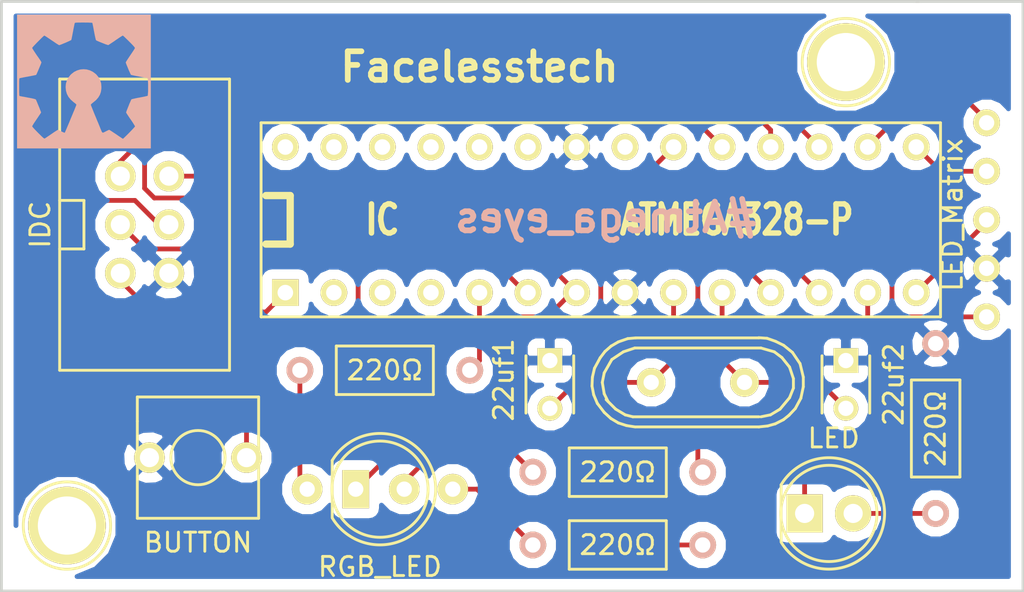
<source format=kicad_pcb>
(kicad_pcb (version 4) (host pcbnew 0.201509182046+6202~30~ubuntu15.04.1-product)

  (general
    (links 31)
    (no_connects 0)
    (area 120.832814 59.962 179.272001 94.193)
    (thickness 1.6)
    (drawings 7)
    (tracks 119)
    (zones 0)
    (modules 16)
    (nets 31)
  )

  (page A4)
  (layers
    (0 F.Cu signal)
    (31 B.Cu signal)
    (32 B.Adhes user)
    (33 F.Adhes user)
    (34 B.Paste user)
    (35 F.Paste user)
    (36 B.SilkS user)
    (37 F.SilkS user)
    (38 B.Mask user)
    (39 F.Mask user)
    (40 Dwgs.User user)
    (41 Cmts.User user)
    (42 Eco1.User user)
    (43 Eco2.User user)
    (44 Edge.Cuts user)
    (45 Margin user)
    (46 B.CrtYd user)
    (47 F.CrtYd user)
    (48 B.Fab user)
    (49 F.Fab user)
  )

  (setup
    (last_trace_width 0.25)
    (trace_clearance 0.2)
    (zone_clearance 0.508)
    (zone_45_only no)
    (trace_min 0.2)
    (segment_width 0.2)
    (edge_width 0.15)
    (via_size 0.6)
    (via_drill 0.4)
    (via_min_size 0.4)
    (via_min_drill 0.3)
    (uvia_size 0.3)
    (uvia_drill 0.1)
    (uvias_allowed no)
    (uvia_min_size 0.2)
    (uvia_min_drill 0.1)
    (pcb_text_width 0.3)
    (pcb_text_size 1.5 1.5)
    (mod_edge_width 0.15)
    (mod_text_size 1 1)
    (mod_text_width 0.15)
    (pad_size 1.524 1.524)
    (pad_drill 0.762)
    (pad_to_mask_clearance 0.2)
    (aux_axis_origin 0 0)
    (visible_elements FFFFFF7F)
    (pcbplotparams
      (layerselection 0x010f0_80000001)
      (usegerberextensions false)
      (excludeedgelayer true)
      (linewidth 0.100000)
      (plotframeref false)
      (viasonmask false)
      (mode 1)
      (useauxorigin false)
      (hpglpennumber 1)
      (hpglpenspeed 20)
      (hpglpendiameter 15)
      (hpglpenoverlay 2)
      (psnegative false)
      (psa4output false)
      (plotreference true)
      (plotvalue true)
      (plotinvisibletext false)
      (padsonsilk false)
      (subtractmaskfromsilk false)
      (outputformat 1)
      (mirror false)
      (drillshape 0)
      (scaleselection 1)
      (outputdirectory gerbers/))
  )

  (net 0 "")
  (net 1 "Net-(16Mhz1-Pad1)")
  (net 2 "Net-(16Mhz1-Pad2)")
  (net 3 GND)
  (net 4 "Net-(D1-Pad1)")
  (net 5 "Net-(220ohm4-Pad2)")
  (net 6 "Net-(220ohm1-Pad1)")
  (net 7 VCC)
  (net 8 "Net-(220ohm2-Pad1)")
  (net 9 "Net-(220ohm3-Pad1)")
  (net 10 "Net-(IC1-Pad6)")
  (net 11 "Net-(220ohm1-Pad2)")
  (net 12 "Net-(220ohm2-Pad2)")
  (net 13 "Net-(220ohm3-Pad2)")
  (net 14 "Net-(IC1-Pad2)")
  (net 15 "Net-(IC1-Pad3)")
  (net 16 "Net-(IC1-Pad4)")
  (net 17 "Net-(IC1-Pad14)")
  (net 18 "Net-(CON1-Pad5)")
  (net 19 "Net-(IC1-Pad15)")
  (net 20 "Net-(IC1-Pad16)")
  (net 21 "Net-(CON1-Pad4)")
  (net 22 "Net-(CON1-Pad1)")
  (net 23 "Net-(CON1-Pad3)")
  (net 24 "Net-(IC1-Pad21)")
  (net 25 "Net-(IC1-Pad23)")
  (net 26 "Net-(IC1-Pad24)")
  (net 27 "Net-(IC1-Pad25)")
  (net 28 "Net-(IC1-Pad26)")
  (net 29 "Net-(IC1-Pad27)")
  (net 30 "Net-(IC1-Pad28)")

  (net_class Default "This is the default net class."
    (clearance 0.2)
    (trace_width 0.25)
    (via_dia 0.6)
    (via_drill 0.4)
    (uvia_dia 0.3)
    (uvia_drill 0.1)
    (add_net GND)
    (add_net "Net-(16Mhz1-Pad1)")
    (add_net "Net-(16Mhz1-Pad2)")
    (add_net "Net-(220ohm1-Pad1)")
    (add_net "Net-(220ohm1-Pad2)")
    (add_net "Net-(220ohm2-Pad1)")
    (add_net "Net-(220ohm2-Pad2)")
    (add_net "Net-(220ohm3-Pad1)")
    (add_net "Net-(220ohm3-Pad2)")
    (add_net "Net-(220ohm4-Pad2)")
    (add_net "Net-(CON1-Pad1)")
    (add_net "Net-(CON1-Pad3)")
    (add_net "Net-(CON1-Pad4)")
    (add_net "Net-(CON1-Pad5)")
    (add_net "Net-(D1-Pad1)")
    (add_net "Net-(IC1-Pad14)")
    (add_net "Net-(IC1-Pad15)")
    (add_net "Net-(IC1-Pad16)")
    (add_net "Net-(IC1-Pad2)")
    (add_net "Net-(IC1-Pad21)")
    (add_net "Net-(IC1-Pad23)")
    (add_net "Net-(IC1-Pad24)")
    (add_net "Net-(IC1-Pad25)")
    (add_net "Net-(IC1-Pad26)")
    (add_net "Net-(IC1-Pad27)")
    (add_net "Net-(IC1-Pad28)")
    (add_net "Net-(IC1-Pad3)")
    (add_net "Net-(IC1-Pad4)")
    (add_net "Net-(IC1-Pad6)")
    (add_net VCC)
  )

  (module Crystals:Crystal_HC49-U_Vertical (layer F.Cu) (tedit 55FF1155) (tstamp 55F9CDD2)
    (at 162.179 80.899 180)
    (descr "Crystal, Quarz, HC49/U, vertical, stehend,")
    (tags "Crystal, Quarz, HC49/U, vertical, stehend,")
    (path /55F86FE6)
    (fp_text reference 16Mhz (at -3.048 -3.048 180) (layer F.SilkS) hide
      (effects (font (size 1 1) (thickness 0.15)))
    )
    (fp_text value Crystal (at -0.127 2.794 180) (layer F.SilkS) hide
      (effects (font (size 1 1) (thickness 0.15)))
    )
    (fp_line (start 4.699 -1.00076) (end 4.89966 -0.59944) (layer F.SilkS) (width 0.15))
    (fp_line (start 4.89966 -0.59944) (end 5.00126 0) (layer F.SilkS) (width 0.15))
    (fp_line (start 5.00126 0) (end 4.89966 0.50038) (layer F.SilkS) (width 0.15))
    (fp_line (start 4.89966 0.50038) (end 4.50088 1.19888) (layer F.SilkS) (width 0.15))
    (fp_line (start 4.50088 1.19888) (end 3.8989 1.6002) (layer F.SilkS) (width 0.15))
    (fp_line (start 3.8989 1.6002) (end 3.29946 1.80086) (layer F.SilkS) (width 0.15))
    (fp_line (start 3.29946 1.80086) (end -3.29946 1.80086) (layer F.SilkS) (width 0.15))
    (fp_line (start -3.29946 1.80086) (end -4.0005 1.6002) (layer F.SilkS) (width 0.15))
    (fp_line (start -4.0005 1.6002) (end -4.39928 1.30048) (layer F.SilkS) (width 0.15))
    (fp_line (start -4.39928 1.30048) (end -4.8006 0.8001) (layer F.SilkS) (width 0.15))
    (fp_line (start -4.8006 0.8001) (end -5.00126 0.20066) (layer F.SilkS) (width 0.15))
    (fp_line (start -5.00126 0.20066) (end -5.00126 -0.29972) (layer F.SilkS) (width 0.15))
    (fp_line (start -5.00126 -0.29972) (end -4.8006 -0.8001) (layer F.SilkS) (width 0.15))
    (fp_line (start -4.8006 -0.8001) (end -4.30022 -1.39954) (layer F.SilkS) (width 0.15))
    (fp_line (start -4.30022 -1.39954) (end -3.79984 -1.69926) (layer F.SilkS) (width 0.15))
    (fp_line (start -3.79984 -1.69926) (end -3.29946 -1.80086) (layer F.SilkS) (width 0.15))
    (fp_line (start -3.2004 -1.80086) (end 3.40106 -1.80086) (layer F.SilkS) (width 0.15))
    (fp_line (start 3.40106 -1.80086) (end 3.79984 -1.69926) (layer F.SilkS) (width 0.15))
    (fp_line (start 3.79984 -1.69926) (end 4.30022 -1.39954) (layer F.SilkS) (width 0.15))
    (fp_line (start 4.30022 -1.39954) (end 4.8006 -0.89916) (layer F.SilkS) (width 0.15))
    (fp_line (start -3.19024 -2.32918) (end -3.64998 -2.28092) (layer F.SilkS) (width 0.15))
    (fp_line (start -3.64998 -2.28092) (end -4.04876 -2.16916) (layer F.SilkS) (width 0.15))
    (fp_line (start -4.04876 -2.16916) (end -4.48056 -1.95072) (layer F.SilkS) (width 0.15))
    (fp_line (start -4.48056 -1.95072) (end -4.77012 -1.71958) (layer F.SilkS) (width 0.15))
    (fp_line (start -4.77012 -1.71958) (end -5.10032 -1.36906) (layer F.SilkS) (width 0.15))
    (fp_line (start -5.10032 -1.36906) (end -5.38988 -0.83058) (layer F.SilkS) (width 0.15))
    (fp_line (start -5.38988 -0.83058) (end -5.51942 -0.23114) (layer F.SilkS) (width 0.15))
    (fp_line (start -5.51942 -0.23114) (end -5.51942 0.2794) (layer F.SilkS) (width 0.15))
    (fp_line (start -5.51942 0.2794) (end -5.34924 0.98044) (layer F.SilkS) (width 0.15))
    (fp_line (start -5.34924 0.98044) (end -4.95046 1.56972) (layer F.SilkS) (width 0.15))
    (fp_line (start -4.95046 1.56972) (end -4.49072 1.94056) (layer F.SilkS) (width 0.15))
    (fp_line (start -4.49072 1.94056) (end -4.06908 2.14884) (layer F.SilkS) (width 0.15))
    (fp_line (start -4.06908 2.14884) (end -3.6195 2.30886) (layer F.SilkS) (width 0.15))
    (fp_line (start -3.6195 2.30886) (end -3.18008 2.33934) (layer F.SilkS) (width 0.15))
    (fp_line (start 4.16052 2.1209) (end 4.53898 1.89992) (layer F.SilkS) (width 0.15))
    (fp_line (start 4.53898 1.89992) (end 4.85902 1.62052) (layer F.SilkS) (width 0.15))
    (fp_line (start 4.85902 1.62052) (end 5.11048 1.29032) (layer F.SilkS) (width 0.15))
    (fp_line (start 5.11048 1.29032) (end 5.4102 0.73914) (layer F.SilkS) (width 0.15))
    (fp_line (start 5.4102 0.73914) (end 5.51942 0.26924) (layer F.SilkS) (width 0.15))
    (fp_line (start 5.51942 0.26924) (end 5.53974 -0.1905) (layer F.SilkS) (width 0.15))
    (fp_line (start 5.53974 -0.1905) (end 5.45084 -0.65024) (layer F.SilkS) (width 0.15))
    (fp_line (start 5.45084 -0.65024) (end 5.26034 -1.09982) (layer F.SilkS) (width 0.15))
    (fp_line (start 5.26034 -1.09982) (end 4.89966 -1.56972) (layer F.SilkS) (width 0.15))
    (fp_line (start 4.89966 -1.56972) (end 4.54914 -1.88976) (layer F.SilkS) (width 0.15))
    (fp_line (start 4.54914 -1.88976) (end 4.16052 -2.1209) (layer F.SilkS) (width 0.15))
    (fp_line (start 4.16052 -2.1209) (end 3.73126 -2.2606) (layer F.SilkS) (width 0.15))
    (fp_line (start 3.73126 -2.2606) (end 3.2893 -2.32918) (layer F.SilkS) (width 0.15))
    (fp_line (start -3.2004 2.32918) (end 3.2512 2.32918) (layer F.SilkS) (width 0.15))
    (fp_line (start 3.2512 2.32918) (end 3.6703 2.29108) (layer F.SilkS) (width 0.15))
    (fp_line (start 3.6703 2.29108) (end 4.16052 2.1209) (layer F.SilkS) (width 0.15))
    (fp_line (start -3.2004 -2.32918) (end 3.2512 -2.32918) (layer F.SilkS) (width 0.15))
    (pad 1 thru_hole circle (at -2.44094 0 180) (size 1.50114 1.50114) (drill 0.8001) (layers *.Cu *.Mask F.SilkS)
      (net 1 "Net-(16Mhz1-Pad1)"))
    (pad 2 thru_hole circle (at 2.44094 0 180) (size 1.50114 1.50114) (drill 0.8001) (layers *.Cu *.Mask F.SilkS)
      (net 2 "Net-(16Mhz1-Pad2)"))
  )

  (module Capacitors_ThroughHole:C_Disc_D3_P2.5 (layer F.Cu) (tedit 55FF0E8D) (tstamp 55F9CDD8)
    (at 154.432 79.756 270)
    (descr "Capacitor 3mm Disc, Pitch 2.5mm")
    (tags Capacitor)
    (path /55F876AF)
    (fp_text reference 22uf1 (at 1.016 2.413 270) (layer F.SilkS)
      (effects (font (size 1 1) (thickness 0.15)))
    )
    (fp_text value C (at 1.25 2.5 270) (layer F.Fab) hide
      (effects (font (size 1 1) (thickness 0.15)))
    )
    (fp_line (start -0.9 -1.5) (end 3.4 -1.5) (layer F.CrtYd) (width 0.05))
    (fp_line (start 3.4 -1.5) (end 3.4 1.5) (layer F.CrtYd) (width 0.05))
    (fp_line (start 3.4 1.5) (end -0.9 1.5) (layer F.CrtYd) (width 0.05))
    (fp_line (start -0.9 1.5) (end -0.9 -1.5) (layer F.CrtYd) (width 0.05))
    (fp_line (start -0.25 -1.25) (end 2.75 -1.25) (layer F.SilkS) (width 0.15))
    (fp_line (start 2.75 1.25) (end -0.25 1.25) (layer F.SilkS) (width 0.15))
    (pad 1 thru_hole rect (at 0 0 270) (size 1.3 1.3) (drill 0.8) (layers *.Cu *.Mask F.SilkS)
      (net 3 GND))
    (pad 2 thru_hole circle (at 2.5 0 270) (size 1.3 1.3) (drill 0.8001) (layers *.Cu *.Mask F.SilkS)
      (net 2 "Net-(16Mhz1-Pad2)"))
    (model Capacitors_ThroughHole.3dshapes/C_Disc_D3_P2.5.wrl
      (at (xyz 0.0492126 0 0))
      (scale (xyz 1 1 1))
      (rotate (xyz 0 0 0))
    )
  )

  (module Capacitors_ThroughHole:C_Disc_D3_P2.5 (layer F.Cu) (tedit 55FF0E54) (tstamp 55F9CDDE)
    (at 169.926 79.756 270)
    (descr "Capacitor 3mm Disc, Pitch 2.5mm")
    (tags Capacitor)
    (path /55F8770D)
    (fp_text reference 22uf2 (at 1.25 -2.5 270) (layer F.SilkS)
      (effects (font (size 1 1) (thickness 0.15)))
    )
    (fp_text value C (at 1.25 2.5 270) (layer F.Fab) hide
      (effects (font (size 1 1) (thickness 0.15)))
    )
    (fp_line (start -0.9 -1.5) (end 3.4 -1.5) (layer F.CrtYd) (width 0.05))
    (fp_line (start 3.4 -1.5) (end 3.4 1.5) (layer F.CrtYd) (width 0.05))
    (fp_line (start 3.4 1.5) (end -0.9 1.5) (layer F.CrtYd) (width 0.05))
    (fp_line (start -0.9 1.5) (end -0.9 -1.5) (layer F.CrtYd) (width 0.05))
    (fp_line (start -0.25 -1.25) (end 2.75 -1.25) (layer F.SilkS) (width 0.15))
    (fp_line (start 2.75 1.25) (end -0.25 1.25) (layer F.SilkS) (width 0.15))
    (pad 1 thru_hole rect (at 0 0 270) (size 1.3 1.3) (drill 0.8) (layers *.Cu *.Mask F.SilkS)
      (net 3 GND))
    (pad 2 thru_hole circle (at 2.5 0 270) (size 1.3 1.3) (drill 0.8001) (layers *.Cu *.Mask F.SilkS)
      (net 1 "Net-(16Mhz1-Pad1)"))
    (model Capacitors_ThroughHole.3dshapes/C_Disc_D3_P2.5.wrl
      (at (xyz 0.0492126 0 0))
      (scale (xyz 1 1 1))
      (rotate (xyz 0 0 0))
    )
  )

  (module LEDs:LED-5MM (layer F.Cu) (tedit 55FF0E6C) (tstamp 55F9CDE4)
    (at 167.767 87.757)
    (descr "LED 5mm round vertical")
    (tags "LED 5mm round vertical")
    (path /55F86F05)
    (fp_text reference D1 (at 1.524 4.064) (layer F.SilkS) hide
      (effects (font (size 1 1) (thickness 0.15)))
    )
    (fp_text value LED (at 1.524 -3.937) (layer F.SilkS)
      (effects (font (size 1 1) (thickness 0.15)))
    )
    (fp_line (start -1.5 -1.55) (end -1.5 1.55) (layer F.CrtYd) (width 0.05))
    (fp_arc (start 1.3 0) (end -1.5 1.55) (angle -302) (layer F.CrtYd) (width 0.05))
    (fp_arc (start 1.27 0) (end -1.23 -1.5) (angle 297.5) (layer F.SilkS) (width 0.15))
    (fp_line (start -1.23 1.5) (end -1.23 -1.5) (layer F.SilkS) (width 0.15))
    (fp_circle (center 1.27 0) (end 0.97 -2.5) (layer F.SilkS) (width 0.15))
    (fp_text user K (at -1.905 1.905) (layer F.SilkS) hide
      (effects (font (size 1 1) (thickness 0.15)))
    )
    (pad 1 thru_hole rect (at 0 0 90) (size 2 1.9) (drill 1.00076) (layers *.Cu *.Mask F.SilkS)
      (net 4 "Net-(D1-Pad1)"))
    (pad 2 thru_hole circle (at 2.54 0) (size 1.9 1.9) (drill 1.00076) (layers *.Cu *.Mask F.SilkS)
      (net 5 "Net-(220ohm4-Pad2)"))
    (model LEDs.3dshapes/LED-5MM.wrl
      (at (xyz 0.05 0 0))
      (scale (xyz 1 1 1))
      (rotate (xyz 0 0 90))
    )
  )

  (module atmega328_socket:atmega328_socket (layer F.Cu) (tedit 55FF0F70) (tstamp 55FB1BFD)
    (at 157.099 72.39)
    (descr "28 pins DIL package, round pads, width 300mil")
    (tags DIL)
    (path /55F86B9D)
    (fp_text reference IC (at -11.43 0) (layer F.SilkS)
      (effects (font (size 1.524 1.143) (thickness 0.28575)))
    )
    (fp_text value ATMEGA328-P (at 7.112 0) (layer F.SilkS)
      (effects (font (size 1.524 1.143) (thickness 0.28575)))
    )
    (fp_line (start -17.78 -5.08) (end 17.78 -5.08) (layer F.SilkS) (width 0.15))
    (fp_line (start 17.78 -5.08) (end 17.78 5.08) (layer F.SilkS) (width 0.15))
    (fp_line (start 17.78 5.08) (end -17.78 5.08) (layer F.SilkS) (width 0.15))
    (fp_line (start -17.78 5.08) (end -17.78 -5.08) (layer F.SilkS) (width 0.15))
    (fp_line (start -17.526 -1.27) (end -16.256 -1.27) (layer F.SilkS) (width 0.381))
    (fp_line (start -16.256 -1.27) (end -16.256 1.27) (layer F.SilkS) (width 0.381))
    (fp_line (start -16.256 1.27) (end -17.526 1.27) (layer F.SilkS) (width 0.381))
    (pad 2 thru_hole circle (at -13.97 3.81) (size 1.397 1.397) (drill 0.8128) (layers *.Cu *.Mask F.SilkS)
      (net 14 "Net-(IC1-Pad2)"))
    (pad 3 thru_hole circle (at -11.43 3.81) (size 1.397 1.397) (drill 0.8128) (layers *.Cu *.Mask F.SilkS)
      (net 15 "Net-(IC1-Pad3)"))
    (pad 4 thru_hole circle (at -8.89 3.81) (size 1.397 1.397) (drill 0.8128) (layers *.Cu *.Mask F.SilkS)
      (net 16 "Net-(IC1-Pad4)"))
    (pad 5 thru_hole circle (at -6.35 3.81) (size 1.397 1.397) (drill 0.8128) (layers *.Cu *.Mask F.SilkS)
      (net 11 "Net-(220ohm1-Pad2)"))
    (pad 6 thru_hole circle (at -3.81 3.81) (size 1.397 1.397) (drill 0.8128) (layers *.Cu *.Mask F.SilkS)
      (net 10 "Net-(IC1-Pad6)"))
    (pad 7 thru_hole circle (at -1.27 3.81) (size 1.397 1.397) (drill 0.8128) (layers *.Cu *.Mask F.SilkS)
      (net 7 VCC))
    (pad 8 thru_hole circle (at 1.27 3.81) (size 1.397 1.397) (drill 0.8128) (layers *.Cu *.Mask F.SilkS)
      (net 3 GND))
    (pad 9 thru_hole circle (at 3.81 3.81) (size 1.397 1.397) (drill 0.8128) (layers *.Cu *.Mask F.SilkS)
      (net 2 "Net-(16Mhz1-Pad2)"))
    (pad 10 thru_hole circle (at 6.35 3.81) (size 1.397 1.397) (drill 0.8128) (layers *.Cu *.Mask F.SilkS)
      (net 1 "Net-(16Mhz1-Pad1)"))
    (pad 11 thru_hole circle (at 8.89 3.81) (size 1.397 1.397) (drill 0.8128) (layers *.Cu *.Mask F.SilkS)
      (net 12 "Net-(220ohm2-Pad2)"))
    (pad 12 thru_hole circle (at 11.43 3.81) (size 1.397 1.397) (drill 0.8128) (layers *.Cu *.Mask F.SilkS)
      (net 13 "Net-(220ohm3-Pad2)"))
    (pad 13 thru_hole circle (at 13.97 3.81) (size 1.397 1.397) (drill 0.8128) (layers *.Cu *.Mask F.SilkS)
      (net 4 "Net-(D1-Pad1)"))
    (pad 14 thru_hole circle (at 16.51 3.81) (size 1.397 1.397) (drill 0.8128) (layers *.Cu *.Mask F.SilkS)
      (net 17 "Net-(IC1-Pad14)"))
    (pad 1 thru_hole rect (at -16.51 3.81) (size 1.397 1.397) (drill 0.8128) (layers *.Cu *.Mask F.SilkS)
      (net 18 "Net-(CON1-Pad5)"))
    (pad 15 thru_hole circle (at 16.51 -3.81) (size 1.397 1.397) (drill 0.8128) (layers *.Cu *.Mask F.SilkS)
      (net 19 "Net-(IC1-Pad15)"))
    (pad 16 thru_hole circle (at 13.97 -3.81) (size 1.397 1.397) (drill 0.8128) (layers *.Cu *.Mask F.SilkS)
      (net 20 "Net-(IC1-Pad16)"))
    (pad 17 thru_hole circle (at 11.43 -3.81) (size 1.397 1.397) (drill 0.8128) (layers *.Cu *.Mask F.SilkS)
      (net 21 "Net-(CON1-Pad4)"))
    (pad 18 thru_hole circle (at 8.89 -3.81) (size 1.397 1.397) (drill 0.8128) (layers *.Cu *.Mask F.SilkS)
      (net 22 "Net-(CON1-Pad1)"))
    (pad 19 thru_hole circle (at 6.35 -3.81) (size 1.397 1.397) (drill 0.8128) (layers *.Cu *.Mask F.SilkS)
      (net 23 "Net-(CON1-Pad3)"))
    (pad 20 thru_hole circle (at 3.81 -3.81) (size 1.397 1.397) (drill 0.8128) (layers *.Cu *.Mask F.SilkS)
      (net 7 VCC))
    (pad 21 thru_hole circle (at 1.27 -3.81) (size 1.397 1.397) (drill 0.8128) (layers *.Cu *.Mask F.SilkS)
      (net 24 "Net-(IC1-Pad21)"))
    (pad 22 thru_hole circle (at -1.27 -3.81) (size 1.397 1.397) (drill 0.8128) (layers *.Cu *.Mask F.SilkS)
      (net 3 GND))
    (pad 23 thru_hole circle (at -3.81 -3.81) (size 1.397 1.397) (drill 0.8128) (layers *.Cu *.Mask F.SilkS)
      (net 25 "Net-(IC1-Pad23)"))
    (pad 24 thru_hole circle (at -6.35 -3.81) (size 1.397 1.397) (drill 0.8128) (layers *.Cu *.Mask F.SilkS)
      (net 26 "Net-(IC1-Pad24)"))
    (pad 25 thru_hole circle (at -8.89 -3.81) (size 1.397 1.397) (drill 0.8128) (layers *.Cu *.Mask F.SilkS)
      (net 27 "Net-(IC1-Pad25)"))
    (pad 26 thru_hole circle (at -11.43 -3.81) (size 1.397 1.397) (drill 0.8128) (layers *.Cu *.Mask F.SilkS)
      (net 28 "Net-(IC1-Pad26)"))
    (pad 27 thru_hole circle (at -13.97 -3.81) (size 1.397 1.397) (drill 0.8128) (layers *.Cu *.Mask F.SilkS)
      (net 29 "Net-(IC1-Pad27)"))
    (pad 28 thru_hole circle (at -16.51 -3.81) (size 1.397 1.397) (drill 0.8128) (layers *.Cu *.Mask F.SilkS)
      (net 30 "Net-(IC1-Pad28)"))
    (model dil/dil_28-w300.wrl
      (at (xyz 0 0 0))
      (scale (xyz 1 1 1))
      (rotate (xyz 0 0 0))
    )
  )

  (module resistor_9mm:Resistor_Horizontal_RM9mm (layer F.Cu) (tedit 55FF0FA6) (tstamp 55FB2294)
    (at 145.796 80.264)
    (descr "Resistor, Axial,  RM 10mm, 1/3W,")
    (tags "Resistor, Axial, RM 10mm, 1/3W,")
    (path /55F86E8F)
    (fp_text reference 220Ω (at 0 0) (layer F.SilkS)
      (effects (font (size 1 1) (thickness 0.15)))
    )
    (fp_text value R (at 3.81 3.81) (layer F.Fab) hide
      (effects (font (size 1 1) (thickness 0.15)))
    )
    (fp_line (start -2.54 -1.27) (end 2.54 -1.27) (layer F.SilkS) (width 0.15))
    (fp_line (start 2.54 -1.27) (end 2.54 1.27) (layer F.SilkS) (width 0.15))
    (fp_line (start 2.54 1.27) (end -2.54 1.27) (layer F.SilkS) (width 0.15))
    (fp_line (start -2.54 1.27) (end -2.54 -1.27) (layer F.SilkS) (width 0.15))
    (pad 1 thru_hole circle (at -4.445 0) (size 1.4 1.4) (drill 0.8) (layers *.Cu *.SilkS *.Mask)
      (net 6 "Net-(220ohm1-Pad1)"))
    (pad 2 thru_hole circle (at 4.445 0) (size 1.4 1.4) (drill 0.8) (layers *.Cu *.SilkS *.Mask)
      (net 11 "Net-(220ohm1-Pad2)"))
    (model Resistors_ThroughHole.3dshapes/Resistor_Horizontal_RM10mm.wrl
      (at (xyz 0 0 0))
      (scale (xyz 0.4 0.4 0.4))
      (rotate (xyz 0 0 0))
    )
  )

  (module resistor_9mm:Resistor_Horizontal_RM9mm (layer F.Cu) (tedit 55FF0F97) (tstamp 55FB2299)
    (at 157.988 85.598)
    (descr "Resistor, Axial,  RM 10mm, 1/3W,")
    (tags "Resistor, Axial, RM 10mm, 1/3W,")
    (path /55F86D31)
    (fp_text reference 220Ω (at 0 0) (layer F.SilkS)
      (effects (font (size 1 1) (thickness 0.15)))
    )
    (fp_text value R (at 3.81 3.81) (layer F.Fab) hide
      (effects (font (size 1 1) (thickness 0.15)))
    )
    (fp_line (start -2.54 -1.27) (end 2.54 -1.27) (layer F.SilkS) (width 0.15))
    (fp_line (start 2.54 -1.27) (end 2.54 1.27) (layer F.SilkS) (width 0.15))
    (fp_line (start 2.54 1.27) (end -2.54 1.27) (layer F.SilkS) (width 0.15))
    (fp_line (start -2.54 1.27) (end -2.54 -1.27) (layer F.SilkS) (width 0.15))
    (pad 1 thru_hole circle (at -4.445 0) (size 1.4 1.4) (drill 0.8) (layers *.Cu *.SilkS *.Mask)
      (net 8 "Net-(220ohm2-Pad1)"))
    (pad 2 thru_hole circle (at 4.445 0) (size 1.4 1.4) (drill 0.8) (layers *.Cu *.SilkS *.Mask)
      (net 12 "Net-(220ohm2-Pad2)"))
    (model Resistors_ThroughHole.3dshapes/Resistor_Horizontal_RM10mm.wrl
      (at (xyz 0 0 0))
      (scale (xyz 0.4 0.4 0.4))
      (rotate (xyz 0 0 0))
    )
  )

  (module resistor_9mm:Resistor_Horizontal_RM9mm (layer F.Cu) (tedit 55FF0F9B) (tstamp 55FB229E)
    (at 157.988 89.408)
    (descr "Resistor, Axial,  RM 10mm, 1/3W,")
    (tags "Resistor, Axial, RM 10mm, 1/3W,")
    (path /55F86D56)
    (fp_text reference 220Ω (at 0 0) (layer F.SilkS)
      (effects (font (size 1 1) (thickness 0.15)))
    )
    (fp_text value R (at 3.81 3.81) (layer F.Fab) hide
      (effects (font (size 1 1) (thickness 0.15)))
    )
    (fp_line (start -2.54 -1.27) (end 2.54 -1.27) (layer F.SilkS) (width 0.15))
    (fp_line (start 2.54 -1.27) (end 2.54 1.27) (layer F.SilkS) (width 0.15))
    (fp_line (start 2.54 1.27) (end -2.54 1.27) (layer F.SilkS) (width 0.15))
    (fp_line (start -2.54 1.27) (end -2.54 -1.27) (layer F.SilkS) (width 0.15))
    (pad 1 thru_hole circle (at -4.445 0) (size 1.4 1.4) (drill 0.8) (layers *.Cu *.SilkS *.Mask)
      (net 9 "Net-(220ohm3-Pad1)"))
    (pad 2 thru_hole circle (at 4.445 0) (size 1.4 1.4) (drill 0.8) (layers *.Cu *.SilkS *.Mask)
      (net 13 "Net-(220ohm3-Pad2)"))
    (model Resistors_ThroughHole.3dshapes/Resistor_Horizontal_RM10mm.wrl
      (at (xyz 0 0 0))
      (scale (xyz 0.4 0.4 0.4))
      (rotate (xyz 0 0 0))
    )
  )

  (module resistor_9mm:Resistor_Horizontal_RM9mm (layer F.Cu) (tedit 55FF0F90) (tstamp 55FB22A3)
    (at 174.625 83.312 270)
    (descr "Resistor, Axial,  RM 10mm, 1/3W,")
    (tags "Resistor, Axial, RM 10mm, 1/3W,")
    (path /55F86ECD)
    (fp_text reference 220Ω (at 0 0 270) (layer F.SilkS)
      (effects (font (size 1 1) (thickness 0.15)))
    )
    (fp_text value R (at 3.81 3.81 270) (layer F.Fab) hide
      (effects (font (size 1 1) (thickness 0.15)))
    )
    (fp_line (start -2.54 -1.27) (end 2.54 -1.27) (layer F.SilkS) (width 0.15))
    (fp_line (start 2.54 -1.27) (end 2.54 1.27) (layer F.SilkS) (width 0.15))
    (fp_line (start 2.54 1.27) (end -2.54 1.27) (layer F.SilkS) (width 0.15))
    (fp_line (start -2.54 1.27) (end -2.54 -1.27) (layer F.SilkS) (width 0.15))
    (pad 1 thru_hole circle (at -4.445 0 270) (size 1.4 1.4) (drill 0.8) (layers *.Cu *.SilkS *.Mask)
      (net 3 GND))
    (pad 2 thru_hole circle (at 4.445 0 270) (size 1.4 1.4) (drill 0.8) (layers *.Cu *.SilkS *.Mask)
      (net 5 "Net-(220ohm4-Pad2)"))
    (model Resistors_ThroughHole.3dshapes/Resistor_Horizontal_RM10mm.wrl
      (at (xyz 0 0 0))
      (scale (xyz 0.4 0.4 0.4))
      (rotate (xyz 0 0 0))
    )
  )

  (module led_matrix_custom:LED_Matrix_custom (layer F.Cu) (tedit 55FF0F66) (tstamp 55FB2446)
    (at 177.292 72.39 90)
    (path /55F8AA65)
    (fp_text reference U1 (at 0 -5.715 90) (layer F.SilkS) hide
      (effects (font (size 1 1) (thickness 0.15)))
    )
    (fp_text value LED_Matrix (at 0.254 -1.778 90) (layer F.SilkS)
      (effects (font (size 1 1) (thickness 0.15)))
    )
    (pad 3 thru_hole circle (at 0 0 90) (size 1.4 1.4) (drill 0.8) (layers *.Cu *.Mask F.SilkS)
      (net 17 "Net-(IC1-Pad14)"))
    (pad 2 thru_hole circle (at -2.54 0 90) (size 1.4 1.4) (drill 0.8) (layers *.Cu *.Mask F.SilkS)
      (net 3 GND))
    (pad 1 thru_hole circle (at -5.08 0 90) (size 1.4 1.4) (drill 0.8) (layers *.Cu *.Mask F.SilkS)
      (net 7 VCC))
    (pad 4 thru_hole circle (at 2.54 0 90) (size 1.4 1.4) (drill 0.8) (layers *.Cu *.Mask F.SilkS)
      (net 19 "Net-(IC1-Pad15)"))
    (pad 5 thru_hole circle (at 5.08 0 90) (size 1.4 1.4) (drill 0.8) (layers *.Cu *.Mask F.SilkS)
      (net 20 "Net-(IC1-Pad16)"))
  )

  (module IDC_6pin_custom:IDC_6pin_custom (layer F.Cu) (tedit 55FF0F5C) (tstamp 55FD9FE9)
    (at 133.223 72.644 270)
    (path /55F86F56)
    (fp_text reference CON1 (at 0 -5.715 270) (layer F.SilkS) hide
      (effects (font (size 1 1) (thickness 0.15)))
    )
    (fp_text value IDC (at 0 5.461 270) (layer F.SilkS)
      (effects (font (size 1 1) (thickness 0.15)))
    )
    (fp_line (start -1.27 3.175) (end 1.27 3.175) (layer F.SilkS) (width 0.15))
    (fp_line (start 1.27 3.175) (end 1.27 4.445) (layer F.SilkS) (width 0.15))
    (fp_line (start -1.27 4.445) (end -1.27 3.175) (layer F.SilkS) (width 0.15))
    (fp_line (start -7.62 -4.445) (end 7.62 -4.445) (layer F.SilkS) (width 0.15))
    (fp_line (start 7.62 -4.445) (end 7.62 4.445) (layer F.SilkS) (width 0.15))
    (fp_line (start 7.62 4.445) (end -7.62 4.445) (layer F.SilkS) (width 0.15))
    (fp_line (start -7.62 4.445) (end -7.62 -4.445) (layer F.SilkS) (width 0.15))
    (pad 2 thru_hole circle (at -2.54 -1.27 270) (size 1.6 1.6) (drill 1) (layers *.Cu *.Mask F.SilkS)
      (net 7 VCC))
    (pad 4 thru_hole circle (at 0 -1.27 270) (size 1.6 1.6) (drill 1) (layers *.Cu *.Mask F.SilkS)
      (net 21 "Net-(CON1-Pad4)"))
    (pad 3 thru_hole circle (at 0 1.27 270) (size 1.6 1.6) (drill 1) (layers *.Cu *.Mask F.SilkS)
      (net 23 "Net-(CON1-Pad3)"))
    (pad 1 thru_hole circle (at -2.54 1.27 270) (size 1.6 1.6) (drill 1) (layers *.Cu *.Mask F.SilkS)
      (net 22 "Net-(CON1-Pad1)"))
    (pad 6 thru_hole circle (at 2.54 -1.27 270) (size 1.6 1.6) (drill 1) (layers *.Cu *.Mask F.SilkS)
      (net 3 GND))
    (pad 5 thru_hole circle (at 2.54 1.27 270) (size 1.6 1.6) (drill 1) (layers *.Cu *.Mask F.SilkS)
      (net 18 "Net-(CON1-Pad5)"))
  )

  (module RGB_LED_custom:RGB_LED_custom (layer F.Cu) (tedit 55FF0F51) (tstamp 55FDA12C)
    (at 145.542 86.487)
    (descr "LED 5mm round vertical")
    (tags "LED 5mm round vertical")
    (path /55F86C5B)
    (fp_text reference D2 (at 0.254 4.064) (layer F.SilkS) hide
      (effects (font (size 1 1) (thickness 0.15)))
    )
    (fp_text value RGB_LED (at 0 4.064) (layer F.SilkS)
      (effects (font (size 1 1) (thickness 0.15)))
    )
    (fp_line (start -2.77 -1.55) (end -2.77 1.55) (layer F.CrtYd) (width 0.05))
    (fp_arc (start 0.03 0) (end -2.77 1.55) (angle -302) (layer F.CrtYd) (width 0.05))
    (fp_arc (start 0 0) (end -2.5 -1.5) (angle 297.5) (layer F.SilkS) (width 0.15))
    (fp_line (start -2.5 1.5) (end -2.5 -1.5) (layer F.SilkS) (width 0.15))
    (fp_circle (center 0 0) (end -0.3 -2.5) (layer F.SilkS) (width 0.15))
    (fp_text user K (at -3.175 1.905) (layer F.SilkS) hide
      (effects (font (size 1 1) (thickness 0.15)))
    )
    (pad 2 thru_hole rect (at -1.27 0 90) (size 2 1.4) (drill 0.8) (layers *.Cu *.Mask F.SilkS)
      (net 7 VCC))
    (pad 1 thru_hole circle (at -3.81 0) (size 1.6 1.6) (drill 0.8) (layers *.Cu *.Mask F.SilkS)
      (net 6 "Net-(220ohm1-Pad1)"))
    (pad 3 thru_hole circle (at 1.27 0) (size 1.6 1.6) (drill 0.8) (layers *.Cu *.Mask F.SilkS)
      (net 8 "Net-(220ohm2-Pad1)"))
    (pad 4 thru_hole circle (at 3.81 0) (size 1.6 1.6) (drill 0.8) (layers *.Cu *.Mask F.SilkS)
      (net 9 "Net-(220ohm3-Pad1)"))
    (model LEDs.3dshapes/LED-5MM.wrl
      (at (xyz 0.05 0 0))
      (scale (xyz 1 1 1))
      (rotate (xyz 0 0 90))
    )
  )

  (module 2PIN_BUTTON_custom:2PIN_BUTTON_custom (layer F.Cu) (tedit 55FF0D89) (tstamp 55FEE88D)
    (at 136.017 84.836 180)
    (path /55F89DE1)
    (fp_text reference SW1 (at 0 4.445 180) (layer F.SilkS) hide
      (effects (font (size 1 1) (thickness 0.15)))
    )
    (fp_text value BUTTON (at 0 -4.445 180) (layer F.SilkS)
      (effects (font (size 1 1) (thickness 0.15)))
    )
    (fp_circle (center 0 0) (end 1.27 0.635) (layer F.SilkS) (width 0.15))
    (fp_line (start -3.175 -3.175) (end 3.175 -3.175) (layer F.SilkS) (width 0.15))
    (fp_line (start 3.175 -3.175) (end 3.175 1.905) (layer F.SilkS) (width 0.15))
    (fp_line (start 3.175 1.905) (end 3.175 3.175) (layer F.SilkS) (width 0.15))
    (fp_line (start 3.175 3.175) (end -3.175 3.175) (layer F.SilkS) (width 0.15))
    (fp_line (start -3.175 3.175) (end -3.175 -3.175) (layer F.SilkS) (width 0.15))
    (pad 1 thru_hole circle (at -2.54 0 180) (size 1.6 1.6) (drill 1) (layers *.Cu *.Mask F.SilkS)
      (net 10 "Net-(IC1-Pad6)"))
    (pad 2 thru_hole circle (at 2.54 0 180) (size 1.6 1.6) (drill 1) (layers *.Cu *.Mask F.SilkS)
      (net 3 GND))
  )

  (module Connect:1pin (layer F.Cu) (tedit 55FF0D30) (tstamp 55FF0924)
    (at 169.926 64.135)
    (descr "module 1 pin (ou trou mecanique de percage)")
    (tags DEV)
    (fp_text reference REF** (at 0 -3.048) (layer F.SilkS) hide
      (effects (font (size 1 1) (thickness 0.15)))
    )
    (fp_text value 1pin (at 0 2.794) (layer F.Fab) hide
      (effects (font (size 1 1) (thickness 0.15)))
    )
    (fp_circle (center 0 0) (end 0 -2.286) (layer F.SilkS) (width 0.15))
    (pad 1 thru_hole circle (at 0 0) (size 4.064 4.064) (drill 3.048) (layers *.Cu *.Mask F.SilkS))
  )

  (module Connect:1pin (layer F.Cu) (tedit 55FF0D5F) (tstamp 55FF0977)
    (at 129.159 88.392)
    (descr "module 1 pin (ou trou mecanique de percage)")
    (tags DEV)
    (fp_text reference REF** (at 0 -3.048) (layer F.SilkS) hide
      (effects (font (size 1 1) (thickness 0.15)))
    )
    (fp_text value 1pin (at 0 2.794) (layer F.Fab) hide
      (effects (font (size 1 1) (thickness 0.15)))
    )
    (fp_circle (center 0 0) (end 0 -2.286) (layer F.SilkS) (width 0.15))
    (pad 1 thru_hole circle (at 0 0) (size 4.064 4.064) (drill 3.048) (layers *.Cu *.Mask F.SilkS))
  )

  (module OSH_final_silks_back:OSH_final_silks_back (layer F.Cu) (tedit 0) (tstamp 55FF11CE)
    (at 130.048 65.151)
    (fp_text reference VAL (at 0 0) (layer F.SilkS) hide
      (effects (font (size 1.143 1.143) (thickness 0.1778)))
    )
    (fp_text value OSH_final_silks_back (at 0 0) (layer F.SilkS) hide
      (effects (font (size 1.143 1.143) (thickness 0.1778)))
    )
    (fp_poly (pts (xy -3.50012 3.50012) (xy -3.3909 3.50012) (xy -3.3909 0.4318) (xy -3.3909 0.29464)
      (xy -3.3909 0.14986) (xy -3.3909 0.0381) (xy -3.38836 -0.04572) (xy -3.38582 -0.10414)
      (xy -3.38074 -0.14224) (xy -3.37566 -0.1651) (xy -3.36804 -0.17272) (xy -3.34264 -0.1778)
      (xy -3.2893 -0.1905) (xy -3.21056 -0.20574) (xy -3.1115 -0.22606) (xy -2.99974 -0.24638)
      (xy -2.92608 -0.25908) (xy -2.80924 -0.28194) (xy -2.70256 -0.30226) (xy -2.61366 -0.32004)
      (xy -2.54762 -0.33528) (xy -2.50952 -0.3429) (xy -2.49936 -0.34798) (xy -2.4892 -0.3683)
      (xy -2.46634 -0.41656) (xy -2.43586 -0.48514) (xy -2.4003 -0.56642) (xy -2.3622 -0.65532)
      (xy -2.3241 -0.74676) (xy -2.28854 -0.83312) (xy -2.25806 -0.90678) (xy -2.23774 -0.96266)
      (xy -2.22504 -0.99568) (xy -2.22504 -0.99822) (xy -2.2352 -1.02362) (xy -2.2606 -1.07188)
      (xy -2.30124 -1.13284) (xy -2.33934 -1.19126) (xy -2.4511 -1.34874) (xy -2.54 -1.48082)
      (xy -2.60858 -1.58496) (xy -2.65938 -1.6637) (xy -2.6924 -1.71958) (xy -2.70764 -1.7526)
      (xy -2.71018 -1.75768) (xy -2.69748 -1.778) (xy -2.66446 -1.81864) (xy -2.61366 -1.87452)
      (xy -2.54762 -1.9431) (xy -2.4765 -2.0193) (xy -2.39776 -2.09804) (xy -2.31902 -2.17678)
      (xy -2.24536 -2.25044) (xy -2.17932 -2.31394) (xy -2.12598 -2.36474) (xy -2.08788 -2.39522)
      (xy -2.07264 -2.40538) (xy -2.05232 -2.39522) (xy -2.0066 -2.36728) (xy -1.94056 -2.32664)
      (xy -1.85928 -2.27076) (xy -1.76276 -2.20726) (xy -1.68656 -2.15392) (xy -1.58242 -2.08534)
      (xy -1.49098 -2.02184) (xy -1.41224 -1.97104) (xy -1.35128 -1.93294) (xy -1.31064 -1.91008)
      (xy -1.29794 -1.90246) (xy -1.27254 -1.91008) (xy -1.2192 -1.92786) (xy -1.14808 -1.9558)
      (xy -1.06426 -1.99136) (xy -0.97282 -2.02692) (xy -0.88392 -2.06756) (xy -0.80264 -2.10312)
      (xy -0.73406 -2.13614) (xy -0.6858 -2.159) (xy -0.66294 -2.17424) (xy -0.66294 -2.17424)
      (xy -0.65532 -2.19964) (xy -0.64262 -2.25298) (xy -0.62738 -2.33172) (xy -0.60706 -2.43078)
      (xy -0.58674 -2.54254) (xy -0.57404 -2.6035) (xy -0.55372 -2.72034) (xy -0.53086 -2.82956)
      (xy -0.51308 -2.921) (xy -0.49784 -2.99212) (xy -0.48768 -3.03784) (xy -0.48514 -3.048)
      (xy -0.47752 -3.0607) (xy -0.4699 -3.06832) (xy -0.45212 -3.07594) (xy -0.42418 -3.08102)
      (xy -0.381 -3.08356) (xy -0.3175 -3.0861) (xy -0.2286 -3.0861) (xy -0.11176 -3.08864)
      (xy -0.02032 -3.08864) (xy 0.10922 -3.0861) (xy 0.22352 -3.0861) (xy 0.3175 -3.08102)
      (xy 0.38862 -3.07848) (xy 0.42926 -3.0734) (xy 0.43942 -3.07086) (xy 0.4445 -3.05054)
      (xy 0.4572 -2.9972) (xy 0.47244 -2.921) (xy 0.49276 -2.82194) (xy 0.51308 -2.71018)
      (xy 0.53086 -2.6162) (xy 0.55372 -2.49682) (xy 0.57658 -2.38506) (xy 0.5969 -2.29108)
      (xy 0.61468 -2.21996) (xy 0.62738 -2.17424) (xy 0.635 -2.16154) (xy 0.6604 -2.14376)
      (xy 0.7112 -2.1209) (xy 0.78232 -2.09042) (xy 0.86614 -2.05486) (xy 0.95758 -2.0193)
      (xy 1.04648 -1.98374) (xy 1.1303 -1.95072) (xy 1.20142 -1.92786) (xy 1.25222 -1.91262)
      (xy 1.27508 -1.90754) (xy 1.2954 -1.92024) (xy 1.34366 -1.95072) (xy 1.4097 -1.9939)
      (xy 1.49352 -2.04978) (xy 1.59004 -2.11328) (xy 1.65608 -2.16154) (xy 1.75768 -2.23012)
      (xy 1.84658 -2.29108) (xy 1.92532 -2.34188) (xy 1.98628 -2.37998) (xy 2.02184 -2.4003)
      (xy 2.032 -2.40538) (xy 2.05232 -2.39268) (xy 2.09296 -2.35966) (xy 2.14884 -2.30632)
      (xy 2.21996 -2.23774) (xy 2.30378 -2.15646) (xy 2.36728 -2.09296) (xy 2.47142 -1.98882)
      (xy 2.5527 -1.905) (xy 2.61112 -1.8415) (xy 2.64668 -1.79578) (xy 2.667 -1.7653)
      (xy 2.66954 -1.74752) (xy 2.65684 -1.72466) (xy 2.6289 -1.6764) (xy 2.58318 -1.60528)
      (xy 2.5273 -1.52146) (xy 2.4638 -1.42748) (xy 2.4257 -1.3716) (xy 2.35966 -1.27254)
      (xy 2.2987 -1.1811) (xy 2.2479 -1.10236) (xy 2.21234 -1.04394) (xy 2.19202 -1.00584)
      (xy 2.18948 -0.99568) (xy 2.1971 -0.97028) (xy 2.21488 -0.91948) (xy 2.24282 -0.84836)
      (xy 2.27838 -0.76454) (xy 2.31394 -0.6731) (xy 2.35204 -0.58166) (xy 2.39014 -0.50038)
      (xy 2.42062 -0.42926) (xy 2.44602 -0.37846) (xy 2.45872 -0.35306) (xy 2.45872 -0.35306)
      (xy 2.48158 -0.34544) (xy 2.53238 -0.33274) (xy 2.60858 -0.31496) (xy 2.7051 -0.29464)
      (xy 2.81686 -0.27432) (xy 2.89052 -0.25908) (xy 3.0099 -0.23622) (xy 3.11658 -0.2159)
      (xy 3.20802 -0.19812) (xy 3.27914 -0.18542) (xy 3.32232 -0.17526) (xy 3.33248 -0.17272)
      (xy 3.3401 -0.1524) (xy 3.34772 -0.1016) (xy 3.35026 -0.02794) (xy 3.35534 0.0635)
      (xy 3.35788 0.17018) (xy 3.35788 0.2794) (xy 3.35788 0.39116) (xy 3.35788 0.49784)
      (xy 3.3528 0.59182) (xy 3.34772 0.67056) (xy 3.34264 0.7239) (xy 3.33502 0.7493)
      (xy 3.33502 0.7493) (xy 3.30962 0.75692) (xy 3.25628 0.76962) (xy 3.18008 0.7874)
      (xy 3.08102 0.80772) (xy 2.96926 0.82804) (xy 2.9083 0.84074) (xy 2.794 0.86106)
      (xy 2.68732 0.88392) (xy 2.59842 0.90424) (xy 2.53238 0.91948) (xy 2.49174 0.93218)
      (xy 2.48412 0.93726) (xy 2.47142 0.96012) (xy 2.44856 1.01092) (xy 2.41808 1.08204)
      (xy 2.37998 1.16586) (xy 2.34442 1.25984) (xy 2.30632 1.35382) (xy 2.27076 1.44272)
      (xy 2.24028 1.51892) (xy 2.21996 1.57988) (xy 2.2098 1.61544) (xy 2.20726 1.62052)
      (xy 2.21742 1.64084) (xy 2.24536 1.68656) (xy 2.28854 1.7526) (xy 2.34188 1.83388)
      (xy 2.40538 1.92786) (xy 2.44094 1.97866) (xy 2.50952 2.07772) (xy 2.56794 2.16662)
      (xy 2.6162 2.24536) (xy 2.65176 2.30378) (xy 2.67208 2.33934) (xy 2.67462 2.3495)
      (xy 2.66192 2.36728) (xy 2.6289 2.40792) (xy 2.5781 2.4638) (xy 2.5146 2.53238)
      (xy 2.44094 2.60858) (xy 2.36474 2.68732) (xy 2.286 2.76606) (xy 2.21234 2.83972)
      (xy 2.1463 2.90322) (xy 2.09296 2.95402) (xy 2.0574 2.98704) (xy 2.03962 2.9972)
      (xy 2.02184 2.98704) (xy 1.97866 2.96164) (xy 1.91516 2.91846) (xy 1.83388 2.86512)
      (xy 1.74244 2.80162) (xy 1.68656 2.76352) (xy 1.5875 2.69748) (xy 1.4986 2.63906)
      (xy 1.4224 2.58826) (xy 1.36398 2.5527) (xy 1.32842 2.53238) (xy 1.3208 2.52984)
      (xy 1.2954 2.53746) (xy 1.24714 2.56032) (xy 1.18364 2.5908) (xy 1.14046 2.61366)
      (xy 1.06426 2.65176) (xy 1.01346 2.67462) (xy 0.97536 2.67462) (xy 0.94742 2.65176)
      (xy 0.92202 2.6035) (xy 0.889 2.52222) (xy 0.88392 2.51206) (xy 0.8636 2.4638)
      (xy 0.83312 2.38506) (xy 0.79248 2.286) (xy 0.74422 2.16662) (xy 0.68834 2.03708)
      (xy 0.63246 1.89738) (xy 0.59436 1.80848) (xy 0.53848 1.67386) (xy 0.48768 1.54686)
      (xy 0.4445 1.43764) (xy 0.4064 1.34366) (xy 0.37846 1.27254) (xy 0.36322 1.22682)
      (xy 0.35814 1.21412) (xy 0.37338 1.19126) (xy 0.40894 1.1557) (xy 0.46228 1.11252)
      (xy 0.48514 1.09474) (xy 0.635 0.97028) (xy 0.7493 0.8382) (xy 0.83312 0.6985)
      (xy 0.88646 0.5461) (xy 0.91186 0.37592) (xy 0.9144 0.28448) (xy 0.89916 0.1016)
      (xy 0.8509 -0.06604) (xy 0.76708 -0.22098) (xy 0.65278 -0.36068) (xy 0.6096 -0.40132)
      (xy 0.46482 -0.508) (xy 0.30734 -0.5842) (xy 0.14224 -0.62992) (xy -0.0254 -0.64262)
      (xy -0.19558 -0.62738) (xy -0.35814 -0.57912) (xy -0.51308 -0.50292) (xy -0.65278 -0.3937)
      (xy -0.70104 -0.34798) (xy -0.81534 -0.2032) (xy -0.89408 -0.0508) (xy -0.94234 0.1143)
      (xy -0.95758 0.29464) (xy -0.95758 0.29718) (xy -0.9398 0.47752) (xy -0.89154 0.6477)
      (xy -0.81026 0.80264) (xy -0.69342 0.94488) (xy -0.5461 1.07696) (xy -0.50546 1.10744)
      (xy -0.45212 1.14808) (xy -0.41402 1.18364) (xy -0.39624 1.20904) (xy -0.3937 1.21158)
      (xy -0.40132 1.23698) (xy -0.4191 1.28778) (xy -0.44704 1.35636) (xy -0.48006 1.43764)
      (xy -0.4826 1.4478) (xy -0.51308 1.52146) (xy -0.55626 1.62052) (xy -0.60452 1.7399)
      (xy -0.6604 1.87198) (xy -0.71882 2.01168) (xy -0.7747 2.15138) (xy -0.77978 2.16154)
      (xy -0.83312 2.28854) (xy -0.88138 2.40284) (xy -0.92456 2.50444) (xy -0.96012 2.58572)
      (xy -0.98552 2.64414) (xy -1.00076 2.67716) (xy -1.0033 2.6797) (xy -1.02616 2.6797)
      (xy -1.07188 2.66192) (xy -1.13792 2.63398) (xy -1.17856 2.61366) (xy -1.24968 2.5781)
      (xy -1.3081 2.55016) (xy -1.34874 2.53238) (xy -1.36144 2.52984) (xy -1.38176 2.54)
      (xy -1.42748 2.56794) (xy -1.49352 2.60858) (xy -1.5748 2.66192) (xy -1.66624 2.72542)
      (xy -1.69418 2.7432) (xy -1.78816 2.80924) (xy -1.87706 2.86766) (xy -1.95072 2.91846)
      (xy -2.0066 2.95402) (xy -2.03962 2.97688) (xy -2.0447 2.97942) (xy -2.05994 2.9845)
      (xy -2.07518 2.98196) (xy -2.0955 2.9718) (xy -2.12598 2.95148) (xy -2.16662 2.91338)
      (xy -2.22504 2.86004) (xy -2.2987 2.78638) (xy -2.39776 2.68986) (xy -2.39776 2.68986)
      (xy -2.4892 2.59588) (xy -2.57048 2.51206) (xy -2.63398 2.44348) (xy -2.68224 2.3876)
      (xy -2.7051 2.35458) (xy -2.71018 2.34696) (xy -2.70002 2.32156) (xy -2.67208 2.2733)
      (xy -2.63144 2.20472) (xy -2.57556 2.1209) (xy -2.51206 2.02692) (xy -2.4765 1.97358)
      (xy -2.41046 1.87706) (xy -2.35204 1.78816) (xy -2.30124 1.7145) (xy -2.26568 1.65862)
      (xy -2.24536 1.6256) (xy -2.24282 1.62052) (xy -2.25044 1.59766) (xy -2.26822 1.54686)
      (xy -2.29616 1.47828) (xy -2.32664 1.39446) (xy -2.36474 1.30302) (xy -2.40284 1.21158)
      (xy -2.4384 1.12268) (xy -2.47142 1.04394) (xy -2.49682 0.98552) (xy -2.5146 0.94996)
      (xy -2.51714 0.94488) (xy -2.53238 0.93218) (xy -2.5654 0.92202) (xy -2.6162 0.90678)
      (xy -2.68986 0.889) (xy -2.78638 0.86868) (xy -2.91338 0.84582) (xy -3.07086 0.81534)
      (xy -3.16738 0.79756) (xy -3.24358 0.78486) (xy -3.30708 0.77216) (xy -3.35026 0.762)
      (xy -3.36042 0.75946) (xy -3.37058 0.75438) (xy -3.3782 0.74422) (xy -3.38328 0.71882)
      (xy -3.38582 0.68072) (xy -3.38836 0.6223) (xy -3.3909 0.54102) (xy -3.3909 0.4318)
      (xy -3.3909 3.50012) (xy 0 3.50012) (xy 3.50012 3.50012) (xy 3.50012 0)
      (xy 3.50012 -3.50012) (xy 0 -3.50012) (xy -3.50012 -3.50012) (xy -3.50012 0)
      (xy -3.50012 3.50012) (xy -3.50012 3.50012)) (layer B.SilkS) (width 0.00254))
  )

  (gr_text Facelesstech (at 150.749 64.389) (layer F.SilkS)
    (effects (font (size 1.5 1.5) (thickness 0.3)))
  )
  (gr_text "#Atmega_eyes\n" (at 157.353 72.263) (layer B.SilkS)
    (effects (font (size 1.5 1.5) (thickness 0.3)) (justify mirror))
  )
  (gr_line (start 179.197 60.96) (end 173.609 60.96) (angle 90) (layer Edge.Cuts) (width 0.15))
  (gr_line (start 179.197 91.821) (end 179.197 60.96) (angle 90) (layer Edge.Cuts) (width 0.15))
  (gr_line (start 125.73 91.821) (end 179.197 91.821) (angle 90) (layer Edge.Cuts) (width 0.15))
  (gr_line (start 125.73 60.96) (end 125.73 91.821) (angle 90) (layer Edge.Cuts) (width 0.15))
  (gr_line (start 173.736 60.96) (end 125.73 60.96) (angle 90) (layer Edge.Cuts) (width 0.15))

  (segment (start 164.61994 80.899) (end 168.569 80.899) (width 0.25) (layer F.Cu) (net 1))
  (segment (start 168.569 80.899) (end 169.926 82.256) (width 0.25) (layer F.Cu) (net 1) (tstamp 55FF0709))
  (segment (start 163.449 76.2) (end 163.449 79.72806) (width 0.25) (layer F.Cu) (net 1))
  (segment (start 163.449 79.72806) (end 164.61994 80.899) (width 0.25) (layer F.Cu) (net 1) (tstamp 55FF0701))
  (segment (start 159.73806 80.899) (end 155.789 80.899) (width 0.25) (layer F.Cu) (net 2))
  (segment (start 155.789 80.899) (end 154.432 82.256) (width 0.25) (layer F.Cu) (net 2) (tstamp 55FF0CF8))
  (segment (start 160.909 76.2) (end 160.909 79.72806) (width 0.25) (layer F.Cu) (net 2))
  (segment (start 160.909 79.72806) (end 159.73806 80.899) (width 0.25) (layer F.Cu) (net 2) (tstamp 55FF06FD))
  (segment (start 171.069 76.2) (end 171.069 77.47) (width 0.25) (layer F.Cu) (net 4))
  (segment (start 167.767 85.852) (end 167.767 87.757) (width 0.25) (layer F.Cu) (net 4) (tstamp 55FF075E))
  (segment (start 168.529 85.09) (end 167.767 85.852) (width 0.25) (layer F.Cu) (net 4) (tstamp 55FF075C))
  (segment (start 170.942 85.09) (end 168.529 85.09) (width 0.25) (layer F.Cu) (net 4) (tstamp 55FF0758))
  (segment (start 172.085 83.947) (end 170.942 85.09) (width 0.25) (layer F.Cu) (net 4) (tstamp 55FF0756))
  (segment (start 172.085 78.486) (end 172.085 83.947) (width 0.25) (layer F.Cu) (net 4) (tstamp 55FF0753))
  (segment (start 171.069 77.47) (end 172.085 78.486) (width 0.25) (layer F.Cu) (net 4) (tstamp 55FF0751))
  (segment (start 170.307 87.757) (end 174.625 87.757) (width 0.25) (layer F.Cu) (net 5))
  (segment (start 141.351 80.264) (end 141.351 86.106) (width 0.25) (layer F.Cu) (net 6))
  (segment (start 141.351 86.106) (end 141.732 86.487) (width 0.25) (layer F.Cu) (net 6) (tstamp 55FF07A0))
  (segment (start 155.829 76.2) (end 155.575 76.2) (width 0.25) (layer F.Cu) (net 7))
  (segment (start 155.575 76.2) (end 154.305 77.47) (width 0.25) (layer F.Cu) (net 7) (tstamp 55FF0812))
  (segment (start 148.082 82.677) (end 144.272 86.487) (width 0.25) (layer F.Cu) (net 7) (tstamp 55FF0821))
  (segment (start 150.241 82.677) (end 148.082 82.677) (width 0.25) (layer F.Cu) (net 7) (tstamp 55FF081D))
  (segment (start 151.638 81.28) (end 150.241 82.677) (width 0.25) (layer F.Cu) (net 7) (tstamp 55FF081B))
  (segment (start 151.638 77.724) (end 151.638 81.28) (width 0.25) (layer F.Cu) (net 7) (tstamp 55FF0817))
  (segment (start 151.892 77.47) (end 151.638 77.724) (width 0.25) (layer F.Cu) (net 7) (tstamp 55FF0816))
  (segment (start 154.305 77.47) (end 151.892 77.47) (width 0.25) (layer F.Cu) (net 7) (tstamp 55FF0813))
  (segment (start 177.292 77.47) (end 172.847 77.47) (width 0.25) (layer F.Cu) (net 7))
  (segment (start 170.688 73.152) (end 156.21 73.152) (width 0.25) (layer F.Cu) (net 7) (tstamp 55FF0747))
  (segment (start 172.339 74.803) (end 170.688 73.152) (width 0.25) (layer F.Cu) (net 7) (tstamp 55FF073F))
  (segment (start 172.339 76.962) (end 172.339 74.803) (width 0.25) (layer F.Cu) (net 7) (tstamp 55FF073B))
  (segment (start 172.847 77.47) (end 172.339 76.962) (width 0.25) (layer F.Cu) (net 7) (tstamp 55FF0737))
  (segment (start 152.781 73.152) (end 156.21 73.152) (width 0.25) (layer F.Cu) (net 7))
  (segment (start 156.21 73.152) (end 156.337 73.152) (width 0.25) (layer F.Cu) (net 7) (tstamp 55FF074F))
  (segment (start 156.337 73.152) (end 156.337 73.152) (width 0.25) (layer F.Cu) (net 7) (tstamp 55FEEAC4))
  (segment (start 156.337 73.152) (end 160.909 68.58) (width 0.25) (layer F.Cu) (net 7) (tstamp 55FEEB97))
  (segment (start 136.398 70.104) (end 136.271 69.977) (width 0.25) (layer F.Cu) (net 7) (tstamp 55FEEA49))
  (segment (start 134.493 70.104) (end 136.398 70.104) (width 0.25) (layer F.Cu) (net 7))
  (segment (start 152.781 73.152) (end 155.829 76.2) (width 0.25) (layer F.Cu) (net 7) (tstamp 55FEE9EB))
  (segment (start 139.446 73.152) (end 152.781 73.152) (width 0.25) (layer F.Cu) (net 7) (tstamp 55FEE9E9))
  (segment (start 136.398 70.104) (end 139.446 73.152) (width 0.25) (layer F.Cu) (net 7) (tstamp 55FEE9E7))
  (segment (start 146.812 86.487) (end 146.812 86.106) (width 0.25) (layer F.Cu) (net 8))
  (segment (start 146.812 86.106) (end 148.717 84.201) (width 0.25) (layer F.Cu) (net 8) (tstamp 55FF08AF))
  (segment (start 148.717 84.201) (end 152.146 84.201) (width 0.25) (layer F.Cu) (net 8) (tstamp 55FF08B2))
  (segment (start 152.146 84.201) (end 153.543 85.598) (width 0.25) (layer F.Cu) (net 8) (tstamp 55FF08B5))
  (segment (start 149.352 86.487) (end 150.622 86.487) (width 0.25) (layer F.Cu) (net 9))
  (segment (start 150.622 86.487) (end 153.543 89.408) (width 0.25) (layer F.Cu) (net 9) (tstamp 55FF08B9))
  (segment (start 153.289 76.2) (end 153.162 76.2) (width 0.25) (layer F.Cu) (net 10))
  (segment (start 153.162 76.2) (end 151.257 74.295) (width 0.25) (layer F.Cu) (net 10) (tstamp 55FF099F))
  (segment (start 151.257 74.295) (end 145.161 74.295) (width 0.25) (layer F.Cu) (net 10) (tstamp 55FF09A2))
  (segment (start 145.161 74.295) (end 144.399 75.057) (width 0.25) (layer F.Cu) (net 10) (tstamp 55FF09A5))
  (segment (start 144.399 75.057) (end 144.399 77.47) (width 0.25) (layer F.Cu) (net 10) (tstamp 55FF09A6))
  (segment (start 144.399 77.47) (end 143.129 78.74) (width 0.25) (layer F.Cu) (net 10) (tstamp 55FF09A8))
  (segment (start 143.129 78.74) (end 139.954 78.74) (width 0.25) (layer F.Cu) (net 10) (tstamp 55FF09AA))
  (segment (start 139.954 78.74) (end 138.557 80.137) (width 0.25) (layer F.Cu) (net 10) (tstamp 55FF09AE))
  (segment (start 138.557 80.137) (end 138.557 84.836) (width 0.25) (layer F.Cu) (net 10) (tstamp 55FF09B0))
  (segment (start 150.749 76.2) (end 150.749 79.756) (width 0.25) (layer F.Cu) (net 11))
  (segment (start 150.749 79.756) (end 150.241 80.264) (width 0.25) (layer F.Cu) (net 11) (tstamp 55FF079A))
  (segment (start 165.989 76.2) (end 164.592 74.803) (width 0.25) (layer F.Cu) (net 12))
  (segment (start 162.179 75.438) (end 162.179 85.344) (width 0.25) (layer F.Cu) (net 12) (tstamp 55FF0887))
  (segment (start 162.814 74.803) (end 162.179 75.438) (width 0.25) (layer F.Cu) (net 12) (tstamp 55FF0885))
  (segment (start 164.592 74.803) (end 162.814 74.803) (width 0.25) (layer F.Cu) (net 12) (tstamp 55FF0880))
  (segment (start 162.179 85.344) (end 162.433 85.598) (width 0.25) (layer F.Cu) (net 12) (tstamp 55FF088A))
  (segment (start 162.433 89.408) (end 159.258 89.408) (width 0.25) (layer F.Cu) (net 13))
  (segment (start 166.37 74.041) (end 168.529 76.2) (width 0.25) (layer F.Cu) (net 13) (tstamp 55FF0CF3))
  (segment (start 157.988 74.041) (end 166.37 74.041) (width 0.25) (layer F.Cu) (net 13) (tstamp 55FF0CF0))
  (segment (start 157.099 74.93) (end 157.988 74.041) (width 0.25) (layer F.Cu) (net 13) (tstamp 55FF0CED))
  (segment (start 157.099 77.343) (end 157.099 74.93) (width 0.25) (layer F.Cu) (net 13) (tstamp 55FF0CE9))
  (segment (start 156.464 77.978) (end 157.099 77.343) (width 0.25) (layer F.Cu) (net 13) (tstamp 55FF0CE4))
  (segment (start 153.035 77.978) (end 156.464 77.978) (width 0.25) (layer F.Cu) (net 13) (tstamp 55FF0CE1))
  (segment (start 152.4 78.613) (end 153.035 77.978) (width 0.25) (layer F.Cu) (net 13) (tstamp 55FF0CE0))
  (segment (start 152.4 83.058) (end 152.4 78.613) (width 0.25) (layer F.Cu) (net 13) (tstamp 55FF0CDF))
  (segment (start 153.162 83.82) (end 152.4 83.058) (width 0.25) (layer F.Cu) (net 13) (tstamp 55FF0CDD))
  (segment (start 154.432 83.82) (end 153.162 83.82) (width 0.25) (layer F.Cu) (net 13) (tstamp 55FF0CDB))
  (segment (start 156.337 85.725) (end 154.432 83.82) (width 0.25) (layer F.Cu) (net 13) (tstamp 55FF0CDA))
  (segment (start 156.337 86.487) (end 156.337 85.725) (width 0.25) (layer F.Cu) (net 13) (tstamp 55FF0CD8))
  (segment (start 159.258 89.408) (end 156.337 86.487) (width 0.25) (layer F.Cu) (net 13) (tstamp 55FF0CD3))
  (segment (start 168.529 76.2) (end 168.402 76.2) (width 0.25) (layer F.Cu) (net 13))
  (segment (start 177.292 72.39) (end 177.292 72.517) (width 0.25) (layer F.Cu) (net 17))
  (segment (start 177.292 72.517) (end 173.609 76.2) (width 0.25) (layer F.Cu) (net 17) (tstamp 55FEEB7D))
  (segment (start 131.953 75.184) (end 131.953 75.565) (width 0.25) (layer F.Cu) (net 18))
  (segment (start 131.953 75.565) (end 133.604 77.216) (width 0.25) (layer F.Cu) (net 18) (tstamp 55FF0625))
  (segment (start 133.604 77.216) (end 139.573 77.216) (width 0.25) (layer F.Cu) (net 18) (tstamp 55FF0626))
  (segment (start 139.573 77.216) (end 140.589 76.2) (width 0.25) (layer F.Cu) (net 18) (tstamp 55FF0629))
  (segment (start 177.292 69.85) (end 174.879 69.85) (width 0.25) (layer F.Cu) (net 19))
  (segment (start 174.879 69.85) (end 173.609 68.58) (width 0.25) (layer F.Cu) (net 19) (tstamp 55FEEB78))
  (segment (start 177.292 67.31) (end 177.292 67.183) (width 0.25) (layer F.Cu) (net 20))
  (segment (start 177.292 67.183) (end 176.022 65.913) (width 0.25) (layer F.Cu) (net 20) (tstamp 55FEEB6E))
  (segment (start 176.022 65.913) (end 173.736 65.913) (width 0.25) (layer F.Cu) (net 20) (tstamp 55FEEB72))
  (segment (start 173.736 65.913) (end 171.069 68.58) (width 0.25) (layer F.Cu) (net 20) (tstamp 55FEEB74))
  (segment (start 134.493 72.644) (end 133.985 72.644) (width 0.25) (layer F.Cu) (net 21))
  (segment (start 133.985 72.644) (end 132.715 71.374) (width 0.25) (layer F.Cu) (net 21) (tstamp 55FEECD6))
  (segment (start 164.973 65.024) (end 168.529 68.58) (width 0.25) (layer F.Cu) (net 21) (tstamp 55FEECE6))
  (segment (start 134.366 65.024) (end 164.973 65.024) (width 0.25) (layer F.Cu) (net 21) (tstamp 55FEECE2))
  (segment (start 130.302 69.088) (end 134.366 65.024) (width 0.25) (layer F.Cu) (net 21) (tstamp 55FEECDF))
  (segment (start 130.302 70.739) (end 130.302 69.088) (width 0.25) (layer F.Cu) (net 21) (tstamp 55FEECDC))
  (segment (start 130.937 71.374) (end 130.302 70.739) (width 0.25) (layer F.Cu) (net 21) (tstamp 55FEECDB))
  (segment (start 132.715 71.374) (end 130.937 71.374) (width 0.25) (layer F.Cu) (net 21) (tstamp 55FEECD8))
  (segment (start 134.493 72.644) (end 134.112 72.644) (width 0.25) (layer F.Cu) (net 21))
  (segment (start 131.953 70.104) (end 131.953 69.342) (width 0.25) (layer F.Cu) (net 22))
  (segment (start 131.953 69.342) (end 133.604 67.691) (width 0.25) (layer F.Cu) (net 22) (tstamp 55FEEC87))
  (segment (start 165.989 67.691) (end 165.989 68.58) (width 0.25) (layer F.Cu) (net 22) (tstamp 55FEEC91))
  (segment (start 164.465 66.167) (end 165.989 67.691) (width 0.25) (layer F.Cu) (net 22) (tstamp 55FEEC8F))
  (segment (start 138.303 66.167) (end 164.465 66.167) (width 0.25) (layer F.Cu) (net 22) (tstamp 55FEEC8D))
  (segment (start 136.779 67.691) (end 138.303 66.167) (width 0.25) (layer F.Cu) (net 22) (tstamp 55FEEC8B))
  (segment (start 133.604 67.691) (end 136.779 67.691) (width 0.25) (layer F.Cu) (net 22) (tstamp 55FEEC89))
  (segment (start 131.953 70.104) (end 132.334 70.104) (width 0.25) (layer F.Cu) (net 22))
  (segment (start 131.953 72.644) (end 133.223 73.914) (width 0.25) (layer F.Cu) (net 23))
  (segment (start 161.925 67.056) (end 163.449 68.58) (width 0.25) (layer F.Cu) (net 23) (tstamp 55FEEC80))
  (segment (start 138.811 67.056) (end 161.925 67.056) (width 0.25) (layer F.Cu) (net 23) (tstamp 55FEEC79))
  (segment (start 137.287 68.58) (end 138.811 67.056) (width 0.25) (layer F.Cu) (net 23) (tstamp 55FEEC76))
  (segment (start 133.858 68.58) (end 137.287 68.58) (width 0.25) (layer F.Cu) (net 23) (tstamp 55FEEC73))
  (segment (start 133.223 69.215) (end 133.858 68.58) (width 0.25) (layer F.Cu) (net 23) (tstamp 55FEEC70))
  (segment (start 133.223 70.739) (end 133.223 69.215) (width 0.25) (layer F.Cu) (net 23) (tstamp 55FEEC6F))
  (segment (start 133.731 71.247) (end 133.223 70.739) (width 0.25) (layer F.Cu) (net 23) (tstamp 55FEEC6E))
  (segment (start 135.509 71.247) (end 133.731 71.247) (width 0.25) (layer F.Cu) (net 23) (tstamp 55FEEC6C))
  (segment (start 136.652 72.39) (end 135.509 71.247) (width 0.25) (layer F.Cu) (net 23) (tstamp 55FEEC69))
  (segment (start 136.652 73.406) (end 136.652 72.39) (width 0.25) (layer F.Cu) (net 23) (tstamp 55FEEC68))
  (segment (start 136.144 73.914) (end 136.652 73.406) (width 0.25) (layer F.Cu) (net 23) (tstamp 55FEEC63))
  (segment (start 133.223 73.914) (end 136.144 73.914) (width 0.25) (layer F.Cu) (net 23) (tstamp 55FEEC61))

  (zone (net 3) (net_name GND) (layer B.Cu) (tstamp 55FF0C55) (hatch edge 0.508)
    (connect_pads (clearance 0.508))
    (min_thickness 0.254)
    (fill yes (arc_segments 16) (thermal_gap 0.508) (thermal_bridge_width 0.508))
    (polygon
      (pts
        (xy 178.562 91.186) (xy 126.365 91.186) (xy 126.365 61.595) (xy 178.562 61.595) (xy 178.562 91.186)
      )
    )
    (filled_polygon
      (pts
        (xy 168.417239 61.872709) (xy 167.666345 62.622293) (xy 167.259464 63.602173) (xy 167.258538 64.663172) (xy 167.663709 65.643761)
        (xy 168.413293 66.394655) (xy 169.393173 66.801536) (xy 170.454172 66.802462) (xy 171.434761 66.397291) (xy 172.185655 65.647707)
        (xy 172.592536 64.667827) (xy 172.593462 63.606828) (xy 172.188291 62.626239) (xy 171.438707 61.875345) (xy 171.06941 61.722)
        (xy 178.435 61.722) (xy 178.435 66.580381) (xy 178.424418 66.554771) (xy 178.049204 66.178902) (xy 177.558713 65.975232)
        (xy 177.027617 65.974769) (xy 176.536771 66.177582) (xy 176.160902 66.552796) (xy 175.957232 67.043287) (xy 175.956769 67.574383)
        (xy 176.159582 68.065229) (xy 176.534796 68.441098) (xy 176.869527 68.580091) (xy 176.536771 68.717582) (xy 176.160902 69.092796)
        (xy 175.957232 69.583287) (xy 175.956769 70.114383) (xy 176.159582 70.605229) (xy 176.534796 70.981098) (xy 176.869527 71.120091)
        (xy 176.536771 71.257582) (xy 176.160902 71.632796) (xy 175.957232 72.123287) (xy 175.956769 72.654383) (xy 176.159582 73.145229)
        (xy 176.534796 73.521098) (xy 176.853212 73.653316) (xy 176.598169 73.758958) (xy 176.536331 73.994725) (xy 177.292 74.750395)
        (xy 178.047669 73.994725) (xy 177.985831 73.758958) (xy 177.709889 73.661804) (xy 178.047229 73.522418) (xy 178.423098 73.147204)
        (xy 178.435 73.118541) (xy 178.435 74.228814) (xy 178.227275 74.174331) (xy 177.471605 74.93) (xy 178.227275 75.685669)
        (xy 178.435 75.631186) (xy 178.435 76.740381) (xy 178.424418 76.714771) (xy 178.049204 76.338902) (xy 177.730788 76.206684)
        (xy 177.985831 76.101042) (xy 178.047669 75.865275) (xy 177.292 75.109605) (xy 176.536331 75.865275) (xy 176.598169 76.101042)
        (xy 176.874111 76.198196) (xy 176.536771 76.337582) (xy 176.160902 76.712796) (xy 175.957232 77.203287) (xy 175.956769 77.734383)
        (xy 176.159582 78.225229) (xy 176.534796 78.601098) (xy 177.025287 78.804768) (xy 177.556383 78.805231) (xy 178.047229 78.602418)
        (xy 178.423098 78.227204) (xy 178.435 78.198541) (xy 178.435 91.059) (xy 129.68829 91.059) (xy 130.667761 90.654291)
        (xy 131.418655 89.904707) (xy 131.515124 89.672383) (xy 152.207769 89.672383) (xy 152.410582 90.163229) (xy 152.785796 90.539098)
        (xy 153.276287 90.742768) (xy 153.807383 90.743231) (xy 154.298229 90.540418) (xy 154.674098 90.165204) (xy 154.877768 89.674713)
        (xy 154.87777 89.672383) (xy 161.097769 89.672383) (xy 161.300582 90.163229) (xy 161.675796 90.539098) (xy 162.166287 90.742768)
        (xy 162.697383 90.743231) (xy 163.188229 90.540418) (xy 163.564098 90.165204) (xy 163.767768 89.674713) (xy 163.768231 89.143617)
        (xy 163.565418 88.652771) (xy 163.190204 88.276902) (xy 162.699713 88.073232) (xy 162.168617 88.072769) (xy 161.677771 88.275582)
        (xy 161.301902 88.650796) (xy 161.098232 89.141287) (xy 161.097769 89.672383) (xy 154.87777 89.672383) (xy 154.878231 89.143617)
        (xy 154.675418 88.652771) (xy 154.300204 88.276902) (xy 153.809713 88.073232) (xy 153.278617 88.072769) (xy 152.787771 88.275582)
        (xy 152.411902 88.650796) (xy 152.208232 89.141287) (xy 152.207769 89.672383) (xy 131.515124 89.672383) (xy 131.825536 88.924827)
        (xy 131.826462 87.863828) (xy 131.421291 86.883239) (xy 131.309435 86.771187) (xy 140.296752 86.771187) (xy 140.514757 87.2988)
        (xy 140.918077 87.702824) (xy 141.445309 87.92175) (xy 142.016187 87.922248) (xy 142.5438 87.704243) (xy 142.92456 87.324146)
        (xy 142.92456 87.487) (xy 142.968838 87.722317) (xy 143.10791 87.938441) (xy 143.32011 88.083431) (xy 143.572 88.13444)
        (xy 144.972 88.13444) (xy 145.207317 88.090162) (xy 145.423441 87.95109) (xy 145.568431 87.73889) (xy 145.61944 87.487)
        (xy 145.61944 87.323526) (xy 145.998077 87.702824) (xy 146.525309 87.92175) (xy 147.096187 87.922248) (xy 147.6238 87.704243)
        (xy 148.027824 87.300923) (xy 148.081862 87.170785) (xy 148.134757 87.2988) (xy 148.538077 87.702824) (xy 149.065309 87.92175)
        (xy 149.636187 87.922248) (xy 150.1638 87.704243) (xy 150.567824 87.300923) (xy 150.78675 86.773691) (xy 150.787248 86.202813)
        (xy 150.646586 85.862383) (xy 152.207769 85.862383) (xy 152.410582 86.353229) (xy 152.785796 86.729098) (xy 153.276287 86.932768)
        (xy 153.807383 86.933231) (xy 154.298229 86.730418) (xy 154.674098 86.355204) (xy 154.877768 85.864713) (xy 154.87777 85.862383)
        (xy 161.097769 85.862383) (xy 161.300582 86.353229) (xy 161.675796 86.729098) (xy 162.166287 86.932768) (xy 162.697383 86.933231)
        (xy 163.123895 86.757) (xy 166.16956 86.757) (xy 166.16956 88.757) (xy 166.213838 88.992317) (xy 166.35291 89.208441)
        (xy 166.56511 89.353431) (xy 166.817 89.40444) (xy 168.717 89.40444) (xy 168.952317 89.360162) (xy 169.168441 89.22109)
        (xy 169.313431 89.00889) (xy 169.314055 89.005808) (xy 169.407997 89.099914) (xy 169.990341 89.341724) (xy 170.620893 89.342275)
        (xy 171.203657 89.101481) (xy 171.649914 88.656003) (xy 171.891724 88.073659) (xy 171.891769 88.021383) (xy 173.289769 88.021383)
        (xy 173.492582 88.512229) (xy 173.867796 88.888098) (xy 174.358287 89.091768) (xy 174.889383 89.092231) (xy 175.380229 88.889418)
        (xy 175.756098 88.514204) (xy 175.959768 88.023713) (xy 175.960231 87.492617) (xy 175.757418 87.001771) (xy 175.382204 86.625902)
        (xy 174.891713 86.422232) (xy 174.360617 86.421769) (xy 173.869771 86.624582) (xy 173.493902 86.999796) (xy 173.290232 87.490287)
        (xy 173.289769 88.021383) (xy 171.891769 88.021383) (xy 171.892275 87.443107) (xy 171.651481 86.860343) (xy 171.206003 86.414086)
        (xy 170.623659 86.172276) (xy 169.993107 86.171725) (xy 169.410343 86.412519) (xy 169.312663 86.510029) (xy 169.18109 86.305559)
        (xy 168.96889 86.160569) (xy 168.717 86.10956) (xy 166.817 86.10956) (xy 166.581683 86.153838) (xy 166.365559 86.29291)
        (xy 166.220569 86.50511) (xy 166.16956 86.757) (xy 163.123895 86.757) (xy 163.188229 86.730418) (xy 163.564098 86.355204)
        (xy 163.767768 85.864713) (xy 163.768231 85.333617) (xy 163.565418 84.842771) (xy 163.190204 84.466902) (xy 162.699713 84.263232)
        (xy 162.168617 84.262769) (xy 161.677771 84.465582) (xy 161.301902 84.840796) (xy 161.098232 85.331287) (xy 161.097769 85.862383)
        (xy 154.87777 85.862383) (xy 154.878231 85.333617) (xy 154.675418 84.842771) (xy 154.300204 84.466902) (xy 153.809713 84.263232)
        (xy 153.278617 84.262769) (xy 152.787771 84.465582) (xy 152.411902 84.840796) (xy 152.208232 85.331287) (xy 152.207769 85.862383)
        (xy 150.646586 85.862383) (xy 150.569243 85.6752) (xy 150.165923 85.271176) (xy 149.638691 85.05225) (xy 149.067813 85.051752)
        (xy 148.5402 85.269757) (xy 148.136176 85.673077) (xy 148.082138 85.803215) (xy 148.029243 85.6752) (xy 147.625923 85.271176)
        (xy 147.098691 85.05225) (xy 146.527813 85.051752) (xy 146.0002 85.269757) (xy 145.61944 85.649854) (xy 145.61944 85.487)
        (xy 145.575162 85.251683) (xy 145.43609 85.035559) (xy 145.22389 84.890569) (xy 144.972 84.83956) (xy 143.572 84.83956)
        (xy 143.336683 84.883838) (xy 143.120559 85.02291) (xy 142.975569 85.23511) (xy 142.92456 85.487) (xy 142.92456 85.650474)
        (xy 142.545923 85.271176) (xy 142.018691 85.05225) (xy 141.447813 85.051752) (xy 140.9202 85.269757) (xy 140.516176 85.673077)
        (xy 140.29725 86.200309) (xy 140.296752 86.771187) (xy 131.309435 86.771187) (xy 130.671707 86.132345) (xy 129.97668 85.843745)
        (xy 132.648861 85.843745) (xy 132.722995 86.089864) (xy 133.260223 86.282965) (xy 133.830454 86.255778) (xy 134.231005 86.089864)
        (xy 134.305139 85.843745) (xy 133.477 85.015605) (xy 132.648861 85.843745) (xy 129.97668 85.843745) (xy 129.691827 85.725464)
        (xy 128.630828 85.724538) (xy 127.650239 86.129709) (xy 126.899345 86.879293) (xy 126.492464 87.859173) (xy 126.492 88.390818)
        (xy 126.492 84.619223) (xy 132.030035 84.619223) (xy 132.057222 85.189454) (xy 132.223136 85.590005) (xy 132.469255 85.664139)
        (xy 133.297395 84.836) (xy 133.656605 84.836) (xy 134.484745 85.664139) (xy 134.730864 85.590005) (xy 134.899735 85.120187)
        (xy 137.121752 85.120187) (xy 137.339757 85.6478) (xy 137.743077 86.051824) (xy 138.270309 86.27075) (xy 138.841187 86.271248)
        (xy 139.3688 86.053243) (xy 139.772824 85.649923) (xy 139.99175 85.122691) (xy 139.992248 84.551813) (xy 139.774243 84.0242)
        (xy 139.370923 83.620176) (xy 138.843691 83.40125) (xy 138.272813 83.400752) (xy 137.7452 83.618757) (xy 137.341176 84.022077)
        (xy 137.12225 84.549309) (xy 137.121752 85.120187) (xy 134.899735 85.120187) (xy 134.923965 85.052777) (xy 134.896778 84.482546)
        (xy 134.730864 84.081995) (xy 134.484745 84.007861) (xy 133.656605 84.836) (xy 133.297395 84.836) (xy 132.469255 84.007861)
        (xy 132.223136 84.081995) (xy 132.030035 84.619223) (xy 126.492 84.619223) (xy 126.492 83.828255) (xy 132.648861 83.828255)
        (xy 133.477 84.656395) (xy 134.305139 83.828255) (xy 134.231005 83.582136) (xy 133.693777 83.389035) (xy 133.123546 83.416222)
        (xy 132.722995 83.582136) (xy 132.648861 83.828255) (xy 126.492 83.828255) (xy 126.492 82.510481) (xy 153.146777 82.510481)
        (xy 153.341995 82.982943) (xy 153.703155 83.344735) (xy 154.175276 83.540777) (xy 154.686481 83.541223) (xy 155.158943 83.346005)
        (xy 155.520735 82.984845) (xy 155.716777 82.512724) (xy 155.716778 82.510481) (xy 168.640777 82.510481) (xy 168.835995 82.982943)
        (xy 169.197155 83.344735) (xy 169.669276 83.540777) (xy 170.180481 83.541223) (xy 170.652943 83.346005) (xy 171.014735 82.984845)
        (xy 171.210777 82.512724) (xy 171.211223 82.001519) (xy 171.016005 81.529057) (xy 170.654845 81.167265) (xy 170.350765 81.041)
        (xy 170.70231 81.041) (xy 170.935699 80.944327) (xy 171.114327 80.765698) (xy 171.211 80.532309) (xy 171.211 80.04175)
        (xy 171.05225 79.883) (xy 170.053 79.883) (xy 170.053 79.903) (xy 169.799 79.903) (xy 169.799 79.883)
        (xy 168.79975 79.883) (xy 168.641 80.04175) (xy 168.641 80.532309) (xy 168.737673 80.765698) (xy 168.916301 80.944327)
        (xy 169.14969 81.041) (xy 169.501567 81.041) (xy 169.199057 81.165995) (xy 168.837265 81.527155) (xy 168.641223 81.999276)
        (xy 168.640777 82.510481) (xy 155.716778 82.510481) (xy 155.717223 82.001519) (xy 155.522005 81.529057) (xy 155.166968 81.173398)
        (xy 158.35225 81.173398) (xy 158.562746 81.682837) (xy 158.952173 82.072944) (xy 159.461244 82.284329) (xy 160.012458 82.28481)
        (xy 160.521897 82.074314) (xy 160.912004 81.684887) (xy 161.123389 81.175816) (xy 161.123391 81.173398) (xy 163.23413 81.173398)
        (xy 163.444626 81.682837) (xy 163.834053 82.072944) (xy 164.343124 82.284329) (xy 164.894338 82.28481) (xy 165.403777 82.074314)
        (xy 165.793884 81.684887) (xy 166.005269 81.175816) (xy 166.00575 80.624602) (xy 165.795254 80.115163) (xy 165.482912 79.802275)
        (xy 173.869331 79.802275) (xy 173.931169 80.038042) (xy 174.432122 80.214419) (xy 174.96244 80.185664) (xy 175.318831 80.038042)
        (xy 175.380669 79.802275) (xy 174.625 79.046605) (xy 173.869331 79.802275) (xy 165.482912 79.802275) (xy 165.405827 79.725056)
        (xy 164.896756 79.513671) (xy 164.345542 79.51319) (xy 163.836103 79.723686) (xy 163.445996 80.113113) (xy 163.234611 80.622184)
        (xy 163.23413 81.173398) (xy 161.123391 81.173398) (xy 161.12387 80.624602) (xy 160.913374 80.115163) (xy 160.523947 79.725056)
        (xy 160.014876 79.513671) (xy 159.463662 79.51319) (xy 158.954223 79.723686) (xy 158.564116 80.113113) (xy 158.352731 80.622184)
        (xy 158.35225 81.173398) (xy 155.166968 81.173398) (xy 155.160845 81.167265) (xy 154.856765 81.041) (xy 155.20831 81.041)
        (xy 155.441699 80.944327) (xy 155.620327 80.765698) (xy 155.717 80.532309) (xy 155.717 80.04175) (xy 155.55825 79.883)
        (xy 154.559 79.883) (xy 154.559 79.903) (xy 154.305 79.903) (xy 154.305 79.883) (xy 153.30575 79.883)
        (xy 153.147 80.04175) (xy 153.147 80.532309) (xy 153.243673 80.765698) (xy 153.422301 80.944327) (xy 153.65569 81.041)
        (xy 154.007567 81.041) (xy 153.705057 81.165995) (xy 153.343265 81.527155) (xy 153.147223 81.999276) (xy 153.146777 82.510481)
        (xy 126.492 82.510481) (xy 126.492 80.528383) (xy 140.015769 80.528383) (xy 140.218582 81.019229) (xy 140.593796 81.395098)
        (xy 141.084287 81.598768) (xy 141.615383 81.599231) (xy 142.106229 81.396418) (xy 142.482098 81.021204) (xy 142.685768 80.530713)
        (xy 142.68577 80.528383) (xy 148.905769 80.528383) (xy 149.108582 81.019229) (xy 149.483796 81.395098) (xy 149.974287 81.598768)
        (xy 150.505383 81.599231) (xy 150.996229 81.396418) (xy 151.372098 81.021204) (xy 151.575768 80.530713) (xy 151.576231 79.999617)
        (xy 151.373418 79.508771) (xy 150.998204 79.132902) (xy 150.629232 78.979691) (xy 153.147 78.979691) (xy 153.147 79.47025)
        (xy 153.30575 79.629) (xy 154.305 79.629) (xy 154.305 78.62975) (xy 154.559 78.62975) (xy 154.559 79.629)
        (xy 155.55825 79.629) (xy 155.717 79.47025) (xy 155.717 78.979691) (xy 168.641 78.979691) (xy 168.641 79.47025)
        (xy 168.79975 79.629) (xy 169.799 79.629) (xy 169.799 78.62975) (xy 170.053 78.62975) (xy 170.053 79.629)
        (xy 171.05225 79.629) (xy 171.211 79.47025) (xy 171.211 78.979691) (xy 171.114327 78.746302) (xy 171.042148 78.674122)
        (xy 173.277581 78.674122) (xy 173.306336 79.20444) (xy 173.453958 79.560831) (xy 173.689725 79.622669) (xy 174.445395 78.867)
        (xy 174.804605 78.867) (xy 175.560275 79.622669) (xy 175.796042 79.560831) (xy 175.972419 79.059878) (xy 175.943664 78.52956)
        (xy 175.796042 78.173169) (xy 175.560275 78.111331) (xy 174.804605 78.867) (xy 174.445395 78.867) (xy 173.689725 78.111331)
        (xy 173.453958 78.173169) (xy 173.277581 78.674122) (xy 171.042148 78.674122) (xy 170.935699 78.567673) (xy 170.70231 78.471)
        (xy 170.21175 78.471) (xy 170.053 78.62975) (xy 169.799 78.62975) (xy 169.64025 78.471) (xy 169.14969 78.471)
        (xy 168.916301 78.567673) (xy 168.737673 78.746302) (xy 168.641 78.979691) (xy 155.717 78.979691) (xy 155.620327 78.746302)
        (xy 155.441699 78.567673) (xy 155.20831 78.471) (xy 154.71775 78.471) (xy 154.559 78.62975) (xy 154.305 78.62975)
        (xy 154.14625 78.471) (xy 153.65569 78.471) (xy 153.422301 78.567673) (xy 153.243673 78.746302) (xy 153.147 78.979691)
        (xy 150.629232 78.979691) (xy 150.507713 78.929232) (xy 149.976617 78.928769) (xy 149.485771 79.131582) (xy 149.109902 79.506796)
        (xy 148.906232 79.997287) (xy 148.905769 80.528383) (xy 142.68577 80.528383) (xy 142.686231 79.999617) (xy 142.483418 79.508771)
        (xy 142.108204 79.132902) (xy 141.617713 78.929232) (xy 141.086617 78.928769) (xy 140.595771 79.131582) (xy 140.219902 79.506796)
        (xy 140.016232 79.997287) (xy 140.015769 80.528383) (xy 126.492 80.528383) (xy 126.492 77.931725) (xy 173.869331 77.931725)
        (xy 174.625 78.687395) (xy 175.380669 77.931725) (xy 175.318831 77.695958) (xy 174.817878 77.519581) (xy 174.28756 77.548336)
        (xy 173.931169 77.695958) (xy 173.869331 77.931725) (xy 126.492 77.931725) (xy 126.492 70.388187) (xy 130.517752 70.388187)
        (xy 130.735757 70.9158) (xy 131.139077 71.319824) (xy 131.269215 71.373862) (xy 131.1412 71.426757) (xy 130.737176 71.830077)
        (xy 130.51825 72.357309) (xy 130.517752 72.928187) (xy 130.735757 73.4558) (xy 131.139077 73.859824) (xy 131.269215 73.913862)
        (xy 131.1412 73.966757) (xy 130.737176 74.370077) (xy 130.51825 74.897309) (xy 130.517752 75.468187) (xy 130.735757 75.9958)
        (xy 131.139077 76.399824) (xy 131.666309 76.61875) (xy 132.237187 76.619248) (xy 132.7648 76.401243) (xy 132.974663 76.191745)
        (xy 133.664861 76.191745) (xy 133.738995 76.437864) (xy 134.276223 76.630965) (xy 134.846454 76.603778) (xy 135.247005 76.437864)
        (xy 135.321139 76.191745) (xy 134.493 75.363605) (xy 133.664861 76.191745) (xy 132.974663 76.191745) (xy 133.168824 75.997923)
        (xy 133.216448 75.883232) (xy 133.239136 75.938005) (xy 133.485255 76.012139) (xy 134.313395 75.184) (xy 134.672605 75.184)
        (xy 135.500745 76.012139) (xy 135.746864 75.938005) (xy 135.903761 75.5015) (xy 139.24306 75.5015) (xy 139.24306 76.8985)
        (xy 139.287338 77.133817) (xy 139.42641 77.349941) (xy 139.63861 77.494931) (xy 139.8905 77.54594) (xy 141.2875 77.54594)
        (xy 141.522817 77.501662) (xy 141.738941 77.36259) (xy 141.883931 77.15039) (xy 141.93494 76.8985) (xy 141.93494 76.802116)
        (xy 141.997854 76.95438) (xy 142.372647 77.329827) (xy 142.862587 77.533268) (xy 143.393086 77.533731) (xy 143.88338 77.331146)
        (xy 144.258827 76.956353) (xy 144.399094 76.618554) (xy 144.537854 76.95438) (xy 144.912647 77.329827) (xy 145.402587 77.533268)
        (xy 145.933086 77.533731) (xy 146.42338 77.331146) (xy 146.798827 76.956353) (xy 146.939094 76.618554) (xy 147.077854 76.95438)
        (xy 147.452647 77.329827) (xy 147.942587 77.533268) (xy 148.473086 77.533731) (xy 148.96338 77.331146) (xy 149.338827 76.956353)
        (xy 149.479094 76.618554) (xy 149.617854 76.95438) (xy 149.992647 77.329827) (xy 150.482587 77.533268) (xy 151.013086 77.533731)
        (xy 151.50338 77.331146) (xy 151.878827 76.956353) (xy 152.019094 76.618554) (xy 152.157854 76.95438) (xy 152.532647 77.329827)
        (xy 153.022587 77.533268) (xy 153.553086 77.533731) (xy 154.04338 77.331146) (xy 154.418827 76.956353) (xy 154.559094 76.618554)
        (xy 154.697854 76.95438) (xy 155.072647 77.329827) (xy 155.562587 77.533268) (xy 156.093086 77.533731) (xy 156.58338 77.331146)
        (xy 156.780681 77.134188) (xy 157.614417 77.134188) (xy 157.676071 77.3698) (xy 158.17648 77.545927) (xy 158.706199 77.517148)
        (xy 159.061929 77.3698) (xy 159.123583 77.134188) (xy 158.369 76.379605) (xy 157.614417 77.134188) (xy 156.780681 77.134188)
        (xy 156.958827 76.956353) (xy 157.092314 76.634882) (xy 157.1992 76.892929) (xy 157.434812 76.954583) (xy 158.189395 76.2)
        (xy 158.548605 76.2) (xy 159.303188 76.954583) (xy 159.5388 76.892929) (xy 159.637083 76.613688) (xy 159.777854 76.95438)
        (xy 160.152647 77.329827) (xy 160.642587 77.533268) (xy 161.173086 77.533731) (xy 161.66338 77.331146) (xy 162.038827 76.956353)
        (xy 162.179094 76.618554) (xy 162.317854 76.95438) (xy 162.692647 77.329827) (xy 163.182587 77.533268) (xy 163.713086 77.533731)
        (xy 164.20338 77.331146) (xy 164.578827 76.956353) (xy 164.719094 76.618554) (xy 164.857854 76.95438) (xy 165.232647 77.329827)
        (xy 165.722587 77.533268) (xy 166.253086 77.533731) (xy 166.74338 77.331146) (xy 167.118827 76.956353) (xy 167.259094 76.618554)
        (xy 167.397854 76.95438) (xy 167.772647 77.329827) (xy 168.262587 77.533268) (xy 168.793086 77.533731) (xy 169.28338 77.331146)
        (xy 169.658827 76.956353) (xy 169.799094 76.618554) (xy 169.937854 76.95438) (xy 170.312647 77.329827) (xy 170.802587 77.533268)
        (xy 171.333086 77.533731) (xy 171.82338 77.331146) (xy 172.198827 76.956353) (xy 172.339094 76.618554) (xy 172.477854 76.95438)
        (xy 172.852647 77.329827) (xy 173.342587 77.533268) (xy 173.873086 77.533731) (xy 174.36338 77.331146) (xy 174.738827 76.956353)
        (xy 174.942268 76.466413) (xy 174.942731 75.935914) (xy 174.740146 75.44562) (xy 174.365353 75.070173) (xy 173.875413 74.866732)
        (xy 173.344914 74.866269) (xy 172.85462 75.068854) (xy 172.479173 75.443647) (xy 172.338906 75.781446) (xy 172.200146 75.44562)
        (xy 171.825353 75.070173) (xy 171.335413 74.866732) (xy 170.804914 74.866269) (xy 170.31462 75.068854) (xy 169.939173 75.443647)
        (xy 169.798906 75.781446) (xy 169.660146 75.44562) (xy 169.285353 75.070173) (xy 168.795413 74.866732) (xy 168.264914 74.866269)
        (xy 167.77462 75.068854) (xy 167.399173 75.443647) (xy 167.258906 75.781446) (xy 167.120146 75.44562) (xy 166.745353 75.070173)
        (xy 166.255413 74.866732) (xy 165.724914 74.866269) (xy 165.23462 75.068854) (xy 164.859173 75.443647) (xy 164.718906 75.781446)
        (xy 164.580146 75.44562) (xy 164.205353 75.070173) (xy 163.715413 74.866732) (xy 163.184914 74.866269) (xy 162.69462 75.068854)
        (xy 162.319173 75.443647) (xy 162.178906 75.781446) (xy 162.040146 75.44562) (xy 161.665353 75.070173) (xy 161.175413 74.866732)
        (xy 160.644914 74.866269) (xy 160.15462 75.068854) (xy 159.779173 75.443647) (xy 159.645686 75.765118) (xy 159.5388 75.507071)
        (xy 159.303188 75.445417) (xy 158.548605 76.2) (xy 158.189395 76.2) (xy 157.434812 75.445417) (xy 157.1992 75.507071)
        (xy 157.100917 75.786312) (xy 156.960146 75.44562) (xy 156.780652 75.265812) (xy 157.614417 75.265812) (xy 158.369 76.020395)
        (xy 159.123583 75.265812) (xy 159.061929 75.0302) (xy 158.56152 74.854073) (xy 158.031801 74.882852) (xy 157.676071 75.0302)
        (xy 157.614417 75.265812) (xy 156.780652 75.265812) (xy 156.585353 75.070173) (xy 156.095413 74.866732) (xy 155.564914 74.866269)
        (xy 155.07462 75.068854) (xy 154.699173 75.443647) (xy 154.558906 75.781446) (xy 154.420146 75.44562) (xy 154.045353 75.070173)
        (xy 153.555413 74.866732) (xy 153.024914 74.866269) (xy 152.53462 75.068854) (xy 152.159173 75.443647) (xy 152.018906 75.781446)
        (xy 151.880146 75.44562) (xy 151.505353 75.070173) (xy 151.015413 74.866732) (xy 150.484914 74.866269) (xy 149.99462 75.068854)
        (xy 149.619173 75.443647) (xy 149.478906 75.781446) (xy 149.340146 75.44562) (xy 148.965353 75.070173) (xy 148.475413 74.866732)
        (xy 147.944914 74.866269) (xy 147.45462 75.068854) (xy 147.079173 75.443647) (xy 146.938906 75.781446) (xy 146.800146 75.44562)
        (xy 146.425353 75.070173) (xy 145.935413 74.866732) (xy 145.404914 74.866269) (xy 144.91462 75.068854) (xy 144.539173 75.443647)
        (xy 144.398906 75.781446) (xy 144.260146 75.44562) (xy 143.885353 75.070173) (xy 143.395413 74.866732) (xy 142.864914 74.866269)
        (xy 142.37462 75.068854) (xy 141.999173 75.443647) (xy 141.93494 75.598337) (xy 141.93494 75.5015) (xy 141.890662 75.266183)
        (xy 141.75159 75.050059) (xy 141.53939 74.905069) (xy 141.2875 74.85406) (xy 139.8905 74.85406) (xy 139.655183 74.898338)
        (xy 139.439059 75.03741) (xy 139.294069 75.24961) (xy 139.24306 75.5015) (xy 135.903761 75.5015) (xy 135.939965 75.400777)
        (xy 135.912778 74.830546) (xy 135.874081 74.737122) (xy 175.944581 74.737122) (xy 175.973336 75.26744) (xy 176.120958 75.623831)
        (xy 176.356725 75.685669) (xy 177.112395 74.93) (xy 176.356725 74.174331) (xy 176.120958 74.236169) (xy 175.944581 74.737122)
        (xy 135.874081 74.737122) (xy 135.746864 74.429995) (xy 135.500745 74.355861) (xy 134.672605 75.184) (xy 134.313395 75.184)
        (xy 133.485255 74.355861) (xy 133.239136 74.429995) (xy 133.218195 74.488254) (xy 133.170243 74.3722) (xy 132.766923 73.968176)
        (xy 132.636785 73.914138) (xy 132.7648 73.861243) (xy 133.168824 73.457923) (xy 133.222862 73.327785) (xy 133.275757 73.4558)
        (xy 133.679077 73.859824) (xy 133.793768 73.907448) (xy 133.738995 73.930136) (xy 133.664861 74.176255) (xy 134.493 75.004395)
        (xy 135.321139 74.176255) (xy 135.247005 73.930136) (xy 135.188746 73.909195) (xy 135.3048 73.861243) (xy 135.708824 73.457923)
        (xy 135.92775 72.930691) (xy 135.928248 72.359813) (xy 135.710243 71.8322) (xy 135.306923 71.428176) (xy 135.176785 71.374138)
        (xy 135.3048 71.321243) (xy 135.708824 70.917923) (xy 135.92775 70.390691) (xy 135.928248 69.819813) (xy 135.710243 69.2922)
        (xy 135.306923 68.888176) (xy 135.200743 68.844086) (xy 139.255269 68.844086) (xy 139.457854 69.33438) (xy 139.832647 69.709827)
        (xy 140.322587 69.913268) (xy 140.853086 69.913731) (xy 141.34338 69.711146) (xy 141.718827 69.336353) (xy 141.859094 68.998554)
        (xy 141.997854 69.33438) (xy 142.372647 69.709827) (xy 142.862587 69.913268) (xy 143.393086 69.913731) (xy 143.88338 69.711146)
        (xy 144.258827 69.336353) (xy 144.399094 68.998554) (xy 144.537854 69.33438) (xy 144.912647 69.709827) (xy 145.402587 69.913268)
        (xy 145.933086 69.913731) (xy 146.42338 69.711146) (xy 146.798827 69.336353) (xy 146.939094 68.998554) (xy 147.077854 69.33438)
        (xy 147.452647 69.709827) (xy 147.942587 69.913268) (xy 148.473086 69.913731) (xy 148.96338 69.711146) (xy 149.338827 69.336353)
        (xy 149.479094 68.998554) (xy 149.617854 69.33438) (xy 149.992647 69.709827) (xy 150.482587 69.913268) (xy 151.013086 69.913731)
        (xy 151.50338 69.711146) (xy 151.878827 69.336353) (xy 152.019094 68.998554) (xy 152.157854 69.33438) (xy 152.532647 69.709827)
        (xy 153.022587 69.913268) (xy 153.553086 69.913731) (xy 154.04338 69.711146) (xy 154.240681 69.514188) (xy 155.074417 69.514188)
        (xy 155.136071 69.7498) (xy 155.63648 69.925927) (xy 156.166199 69.897148) (xy 156.521929 69.7498) (xy 156.583583 69.514188)
        (xy 155.829 68.759605) (xy 155.074417 69.514188) (xy 154.240681 69.514188) (xy 154.418827 69.336353) (xy 154.552314 69.014882)
        (xy 154.6592 69.272929) (xy 154.894812 69.334583) (xy 155.649395 68.58) (xy 156.008605 68.58) (xy 156.763188 69.334583)
        (xy 156.9988 69.272929) (xy 157.097083 68.993688) (xy 157.237854 69.33438) (xy 157.612647 69.709827) (xy 158.102587 69.913268)
        (xy 158.633086 69.913731) (xy 159.12338 69.711146) (xy 159.498827 69.336353) (xy 159.639094 68.998554) (xy 159.777854 69.33438)
        (xy 160.152647 69.709827) (xy 160.642587 69.913268) (xy 161.173086 69.913731) (xy 161.66338 69.711146) (xy 162.038827 69.336353)
        (xy 162.179094 68.998554) (xy 162.317854 69.33438) (xy 162.692647 69.709827) (xy 163.182587 69.913268) (xy 163.713086 69.913731)
        (xy 164.20338 69.711146) (xy 164.578827 69.336353) (xy 164.719094 68.998554) (xy 164.857854 69.33438) (xy 165.232647 69.709827)
        (xy 165.722587 69.913268) (xy 166.253086 69.913731) (xy 166.74338 69.711146) (xy 167.118827 69.336353) (xy 167.259094 68.998554)
        (xy 167.397854 69.33438) (xy 167.772647 69.709827) (xy 168.262587 69.913268) (xy 168.793086 69.913731) (xy 169.28338 69.711146)
        (xy 169.658827 69.336353) (xy 169.799094 68.998554) (xy 169.937854 69.33438) (xy 170.312647 69.709827) (xy 170.802587 69.913268)
        (xy 171.333086 69.913731) (xy 171.82338 69.711146) (xy 172.198827 69.336353) (xy 172.339094 68.998554) (xy 172.477854 69.33438)
        (xy 172.852647 69.709827) (xy 173.342587 69.913268) (xy 173.873086 69.913731) (xy 174.36338 69.711146) (xy 174.738827 69.336353)
        (xy 174.942268 68.846413) (xy 174.942731 68.315914) (xy 174.740146 67.82562) (xy 174.365353 67.450173) (xy 173.875413 67.246732)
        (xy 173.344914 67.246269) (xy 172.85462 67.448854) (xy 172.479173 67.823647) (xy 172.338906 68.161446) (xy 172.200146 67.82562)
        (xy 171.825353 67.450173) (xy 171.335413 67.246732) (xy 170.804914 67.246269) (xy 170.31462 67.448854) (xy 169.939173 67.823647)
        (xy 169.798906 68.161446) (xy 169.660146 67.82562) (xy 169.285353 67.450173) (xy 168.795413 67.246732) (xy 168.264914 67.246269)
        (xy 167.77462 67.448854) (xy 167.399173 67.823647) (xy 167.258906 68.161446) (xy 167.120146 67.82562) (xy 166.745353 67.450173)
        (xy 166.255413 67.246732) (xy 165.724914 67.246269) (xy 165.23462 67.448854) (xy 164.859173 67.823647) (xy 164.718906 68.161446)
        (xy 164.580146 67.82562) (xy 164.205353 67.450173) (xy 163.715413 67.246732) (xy 163.184914 67.246269) (xy 162.69462 67.448854)
        (xy 162.319173 67.823647) (xy 162.178906 68.161446) (xy 162.040146 67.82562) (xy 161.665353 67.450173) (xy 161.175413 67.246732)
        (xy 160.644914 67.246269) (xy 160.15462 67.448854) (xy 159.779173 67.823647) (xy 159.638906 68.161446) (xy 159.500146 67.82562)
        (xy 159.125353 67.450173) (xy 158.635413 67.246732) (xy 158.104914 67.246269) (xy 157.61462 67.448854) (xy 157.239173 67.823647)
        (xy 157.105686 68.145118) (xy 156.9988 67.887071) (xy 156.763188 67.825417) (xy 156.008605 68.58) (xy 155.649395 68.58)
        (xy 154.894812 67.825417) (xy 154.6592 67.887071) (xy 154.560917 68.166312) (xy 154.420146 67.82562) (xy 154.240652 67.645812)
        (xy 155.074417 67.645812) (xy 155.829 68.400395) (xy 156.583583 67.645812) (xy 156.521929 67.4102) (xy 156.02152 67.234073)
        (xy 155.491801 67.262852) (xy 155.136071 67.4102) (xy 155.074417 67.645812) (xy 154.240652 67.645812) (xy 154.045353 67.450173)
        (xy 153.555413 67.246732) (xy 153.024914 67.246269) (xy 152.53462 67.448854) (xy 152.159173 67.823647) (xy 152.018906 68.161446)
        (xy 151.880146 67.82562) (xy 151.505353 67.450173) (xy 151.015413 67.246732) (xy 150.484914 67.246269) (xy 149.99462 67.448854)
        (xy 149.619173 67.823647) (xy 149.478906 68.161446) (xy 149.340146 67.82562) (xy 148.965353 67.450173) (xy 148.475413 67.246732)
        (xy 147.944914 67.246269) (xy 147.45462 67.448854) (xy 147.079173 67.823647) (xy 146.938906 68.161446) (xy 146.800146 67.82562)
        (xy 146.425353 67.450173) (xy 145.935413 67.246732) (xy 145.404914 67.246269) (xy 144.91462 67.448854) (xy 144.539173 67.823647)
        (xy 144.398906 68.161446) (xy 144.260146 67.82562) (xy 143.885353 67.450173) (xy 143.395413 67.246732) (xy 142.864914 67.246269)
        (xy 142.37462 67.448854) (xy 141.999173 67.823647) (xy 141.858906 68.161446) (xy 141.720146 67.82562) (xy 141.345353 67.450173)
        (xy 140.855413 67.246732) (xy 140.324914 67.246269) (xy 139.83462 67.448854) (xy 139.459173 67.823647) (xy 139.255732 68.313587)
        (xy 139.255269 68.844086) (xy 135.200743 68.844086) (xy 134.779691 68.66925) (xy 134.208813 68.668752) (xy 133.6812 68.886757)
        (xy 133.277176 69.290077) (xy 133.223138 69.420215) (xy 133.170243 69.2922) (xy 132.766923 68.888176) (xy 132.239691 68.66925)
        (xy 131.668813 68.668752) (xy 131.1412 68.886757) (xy 130.737176 69.290077) (xy 130.51825 69.817309) (xy 130.517752 70.388187)
        (xy 126.492 70.388187) (xy 126.492 61.722) (xy 168.781982 61.722)
      )
    )
  )
)

</source>
